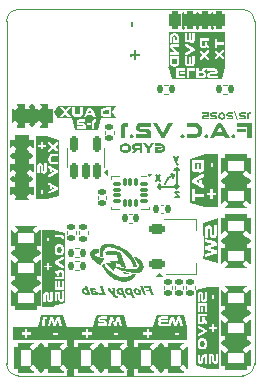
<source format=gbr>
%TF.GenerationSoftware,KiCad,Pcbnew,9.0.3-9.0.3-0~ubuntu24.04.1*%
%TF.CreationDate,2025-12-07T16:55:59+01:00*%
%TF.ProjectId,ant control board v2,616e7420-636f-46e7-9472-6f6c20626f61,2.1*%
%TF.SameCoordinates,Original*%
%TF.FileFunction,Legend,Bot*%
%TF.FilePolarity,Positive*%
%FSLAX46Y46*%
G04 Gerber Fmt 4.6, Leading zero omitted, Abs format (unit mm)*
G04 Created by KiCad (PCBNEW 9.0.3-9.0.3-0~ubuntu24.04.1) date 2025-12-07 16:55:59*
%MOMM*%
%LPD*%
G01*
G04 APERTURE LIST*
G04 Aperture macros list*
%AMRoundRect*
0 Rectangle with rounded corners*
0 $1 Rounding radius*
0 $2 $3 $4 $5 $6 $7 $8 $9 X,Y pos of 4 corners*
0 Add a 4 corners polygon primitive as box body*
4,1,4,$2,$3,$4,$5,$6,$7,$8,$9,$2,$3,0*
0 Add four circle primitives for the rounded corners*
1,1,$1+$1,$2,$3*
1,1,$1+$1,$4,$5*
1,1,$1+$1,$6,$7*
1,1,$1+$1,$8,$9*
0 Add four rect primitives between the rounded corners*
20,1,$1+$1,$2,$3,$4,$5,0*
20,1,$1+$1,$4,$5,$6,$7,0*
20,1,$1+$1,$6,$7,$8,$9,0*
20,1,$1+$1,$8,$9,$2,$3,0*%
%AMFreePoly0*
4,1,9,3.862500,-0.866500,0.737500,-0.866500,0.737500,-0.450000,-0.737500,-0.450000,-0.737500,0.450000,0.737500,0.450000,0.737500,0.866500,3.862500,0.866500,3.862500,-0.866500,3.862500,-0.866500,$1*%
G04 Aperture macros list end*
%ADD10C,0.150000*%
%ADD11C,0.275000*%
%ADD12C,0.000000*%
%ADD13C,0.500000*%
%ADD14C,0.510000*%
%ADD15C,0.120000*%
%ADD16C,0.250000*%
%ADD17C,0.500000*%
%ADD18RoundRect,0.375000X0.375000X-0.625000X0.375000X0.625000X-0.375000X0.625000X-0.375000X-0.625000X0*%
%ADD19RoundRect,0.300000X0.970000X-0.700000X0.970000X0.700000X-0.970000X0.700000X-0.970000X-0.700000X0*%
%ADD20C,0.650000*%
%ADD21O,1.250000X2.500000*%
%ADD22RoundRect,0.300000X-0.700000X-0.970000X0.700000X-0.970000X0.700000X0.970000X-0.700000X0.970000X0*%
%ADD23C,2.000000*%
%ADD24RoundRect,0.375000X0.625000X0.375000X-0.625000X0.375000X-0.625000X-0.375000X0.625000X-0.375000X0*%
%ADD25RoundRect,0.300000X-0.970000X0.700000X-0.970000X-0.700000X0.970000X-0.700000X0.970000X0.700000X0*%
%ADD26RoundRect,0.135000X0.185000X-0.135000X0.185000X0.135000X-0.185000X0.135000X-0.185000X-0.135000X0*%
%ADD27RoundRect,0.135000X0.135000X0.185000X-0.135000X0.185000X-0.135000X-0.185000X0.135000X-0.185000X0*%
%ADD28RoundRect,0.135000X-0.135000X-0.185000X0.135000X-0.185000X0.135000X0.185000X-0.135000X0.185000X0*%
%ADD29RoundRect,0.150000X0.150000X-0.512500X0.150000X0.512500X-0.150000X0.512500X-0.150000X-0.512500X0*%
%ADD30RoundRect,0.140000X0.140000X0.170000X-0.140000X0.170000X-0.140000X-0.170000X0.140000X-0.170000X0*%
%ADD31RoundRect,0.225000X-0.425000X-0.225000X0.425000X-0.225000X0.425000X0.225000X-0.425000X0.225000X0*%
%ADD32FreePoly0,0.000000*%
%ADD33RoundRect,0.087500X0.225000X0.087500X-0.225000X0.087500X-0.225000X-0.087500X0.225000X-0.087500X0*%
%ADD34RoundRect,0.087500X0.087500X0.225000X-0.087500X0.225000X-0.087500X-0.225000X0.087500X-0.225000X0*%
%ADD35RoundRect,0.140000X-0.170000X0.140000X-0.170000X-0.140000X0.170000X-0.140000X0.170000X0.140000X0*%
%ADD36RoundRect,0.250000X-0.250000X0.500000X-0.250000X-0.500000X0.250000X-0.500000X0.250000X0.500000X0*%
%ADD37RoundRect,0.140000X-0.140000X-0.170000X0.140000X-0.170000X0.140000X0.170000X-0.140000X0.170000X0*%
%ADD38RoundRect,0.140000X0.170000X-0.140000X0.170000X0.140000X-0.170000X0.140000X-0.170000X-0.140000X0*%
%TA.AperFunction,Profile*%
%ADD39C,0.050000*%
%TD*%
G04 APERTURE END LIST*
D10*
X113410000Y-123400000D02*
X113610000Y-123600000D01*
X112410000Y-124800000D02*
G75*
G02*
X113210000Y-124000000I1000000J-200000D01*
G01*
X113410000Y-123400000D02*
X113210000Y-123600000D01*
G36*
X113672564Y-111874667D02*
G01*
X114017436Y-111874667D01*
X114017436Y-114917949D01*
X113672564Y-114917949D01*
X113672564Y-111874667D01*
G37*
X112010000Y-124800000D02*
X111810000Y-125000000D01*
X112910000Y-123900000D02*
X113090869Y-124254287D01*
G36*
X116272564Y-111874667D02*
G01*
X116517436Y-111874667D01*
X116517436Y-114917949D01*
X116272564Y-114917949D01*
X116272564Y-111874667D01*
G37*
X113610000Y-123600000D02*
X113410000Y-123400000D01*
D11*
X113547500Y-125000000D02*
G75*
G02*
X113272500Y-125000000I-137500J0D01*
G01*
X113272500Y-125000000D02*
G75*
G02*
X113547500Y-125000000I137500J0D01*
G01*
D10*
X113090869Y-124254287D02*
X113210000Y-124000000D01*
X112010000Y-125200000D02*
X112010000Y-124800000D01*
X113410000Y-125000000D02*
X111810000Y-125000000D01*
G36*
X115022564Y-111874667D02*
G01*
X115267436Y-111874667D01*
X115267436Y-114917949D01*
X115022564Y-114917949D01*
X115022564Y-111874667D01*
G37*
G36*
X109223705Y-136920256D02*
G01*
X109761795Y-136920256D01*
X109761795Y-141028015D01*
X109223705Y-141028015D01*
X109223705Y-136920256D01*
G37*
G36*
X104153705Y-136919236D02*
G01*
X104681795Y-136919236D01*
X104681795Y-141026995D01*
X104153705Y-141026995D01*
X104153705Y-136919236D01*
G37*
X113210000Y-123600000D02*
X113610000Y-123600000D01*
X113410000Y-125000000D02*
X113410000Y-123400000D01*
X111810000Y-125000000D02*
X112010000Y-124800000D01*
X111810000Y-125000000D02*
X112010000Y-125200000D01*
X113210005Y-124000000D02*
X112910000Y-123900000D01*
X113511316Y-122439866D02*
X113344649Y-122906533D01*
X113177982Y-122439866D02*
X113344649Y-122906533D01*
X113344649Y-122906533D02*
X113411316Y-123073200D01*
X113411316Y-123073200D02*
X113444649Y-123106533D01*
X113444649Y-123106533D02*
X113511316Y-123139866D01*
X113611316Y-125439866D02*
X113244649Y-125439866D01*
X113244649Y-125439866D02*
X113611316Y-125906533D01*
X113611316Y-125906533D02*
X113244649Y-125906533D01*
X112011316Y-124506533D02*
X111644649Y-124039866D01*
X112011316Y-124039866D02*
X111644649Y-124506533D01*
D12*
%TO.C,kibuzzard-6935A1A7*%
G36*
X117293106Y-118715423D02*
G01*
X117352038Y-118731692D01*
X117405029Y-118758808D01*
X117452077Y-118796769D01*
X117490644Y-118843038D01*
X117518192Y-118895077D01*
X117534721Y-118952885D01*
X117540231Y-119016462D01*
X117534721Y-119080038D01*
X117518192Y-119137846D01*
X117490644Y-119189885D01*
X117452077Y-119236154D01*
X117405029Y-119274115D01*
X117352038Y-119301231D01*
X117293106Y-119317500D01*
X117228231Y-119322923D01*
X117227308Y-119322846D01*
X117163327Y-119317500D01*
X117104308Y-119301231D01*
X117051173Y-119274115D01*
X117003923Y-119236154D01*
X116965154Y-119189885D01*
X116937462Y-119137846D01*
X116920846Y-119080038D01*
X116915308Y-119016462D01*
X117076846Y-119016462D01*
X117087346Y-119076346D01*
X117118846Y-119124923D01*
X117166962Y-119157115D01*
X117227308Y-119167846D01*
X117288462Y-119157115D01*
X117337154Y-119124923D01*
X117369000Y-119076346D01*
X117379615Y-119016462D01*
X117369000Y-118956462D01*
X117337154Y-118907538D01*
X117288462Y-118875000D01*
X117227308Y-118864154D01*
X117166962Y-118875000D01*
X117118846Y-118907538D01*
X117087346Y-118956462D01*
X117076846Y-119016462D01*
X116915308Y-119016462D01*
X116920846Y-118952885D01*
X116937462Y-118895077D01*
X116965154Y-118843038D01*
X117003923Y-118796769D01*
X117051173Y-118758808D01*
X117104308Y-118731692D01*
X117163327Y-118715423D01*
X117228231Y-118710000D01*
X117293106Y-118715423D01*
G37*
G36*
X116147308Y-119079231D02*
G01*
X115749462Y-119079231D01*
X115721769Y-119090769D01*
X115710692Y-119120769D01*
X115722692Y-119150769D01*
X115754077Y-119161385D01*
X116147308Y-119161385D01*
X116147308Y-119316462D01*
X115746692Y-119316462D01*
X115692282Y-119310821D01*
X115644744Y-119293897D01*
X115604077Y-119265692D01*
X115573051Y-119228359D01*
X115554436Y-119184051D01*
X115548231Y-119132769D01*
X115554385Y-119082974D01*
X115572846Y-119039436D01*
X115603615Y-119002154D01*
X115643718Y-118973692D01*
X115690179Y-118956615D01*
X115743000Y-118950923D01*
X115993154Y-118950923D01*
X115993154Y-118870615D01*
X115574077Y-118870615D01*
X115574077Y-118716462D01*
X116147308Y-118716462D01*
X116147308Y-119079231D01*
G37*
G36*
X119238692Y-118870615D02*
G01*
X118871308Y-118870615D01*
X118844538Y-118881231D01*
X118834385Y-118910308D01*
X118844538Y-118939846D01*
X118871308Y-118950923D01*
X119075308Y-118950923D01*
X119128026Y-118956410D01*
X119174179Y-118972872D01*
X119213769Y-119000308D01*
X119254615Y-119057192D01*
X119268231Y-119129077D01*
X119268231Y-119316462D01*
X118681154Y-119316462D01*
X118681154Y-119161385D01*
X119106692Y-119161385D01*
X119106692Y-119116154D01*
X119069769Y-119079231D01*
X118864846Y-119079231D01*
X118811667Y-119073692D01*
X118765359Y-119057077D01*
X118725923Y-119029385D01*
X118695923Y-118992667D01*
X118677923Y-118948974D01*
X118671923Y-118898308D01*
X118677923Y-118848051D01*
X118695923Y-118804359D01*
X118725923Y-118767231D01*
X118765359Y-118739026D01*
X118811667Y-118722103D01*
X118864846Y-118716462D01*
X119238692Y-118716462D01*
X119238692Y-118870615D01*
G37*
G36*
X118183615Y-118870615D02*
G01*
X117816231Y-118870615D01*
X117789462Y-118881231D01*
X117779308Y-118910308D01*
X117789462Y-118939846D01*
X117816231Y-118950923D01*
X118020231Y-118950923D01*
X118072949Y-118956410D01*
X118119103Y-118972872D01*
X118158692Y-119000308D01*
X118199538Y-119057192D01*
X118213154Y-119129077D01*
X118213154Y-119316462D01*
X117626077Y-119316462D01*
X117626077Y-119161385D01*
X118051615Y-119161385D01*
X118051615Y-119116154D01*
X118014692Y-119079231D01*
X117809769Y-119079231D01*
X117756590Y-119073692D01*
X117710282Y-119057077D01*
X117670846Y-119029385D01*
X117640846Y-118992667D01*
X117622846Y-118948974D01*
X117616846Y-118898308D01*
X117622846Y-118848051D01*
X117640846Y-118804359D01*
X117670846Y-118767231D01*
X117710282Y-118739026D01*
X117756590Y-118722103D01*
X117809769Y-118716462D01*
X118183615Y-118716462D01*
X118183615Y-118870615D01*
G37*
G36*
X116810077Y-118870615D02*
G01*
X116442692Y-118870615D01*
X116415923Y-118881231D01*
X116405769Y-118910308D01*
X116415923Y-118939846D01*
X116442692Y-118950923D01*
X116646692Y-118950923D01*
X116699410Y-118956410D01*
X116745564Y-118972872D01*
X116785154Y-119000308D01*
X116826000Y-119057192D01*
X116839615Y-119129077D01*
X116839615Y-119316462D01*
X116252538Y-119316462D01*
X116252538Y-119161385D01*
X116678077Y-119161385D01*
X116678077Y-119116154D01*
X116641154Y-119079231D01*
X116436231Y-119079231D01*
X116383051Y-119073692D01*
X116336744Y-119057077D01*
X116297308Y-119029385D01*
X116267308Y-118992667D01*
X116249308Y-118948974D01*
X116243308Y-118898308D01*
X116249308Y-118848051D01*
X116267308Y-118804359D01*
X116297308Y-118767231D01*
X116336744Y-118739026D01*
X116383051Y-118722103D01*
X116436231Y-118716462D01*
X116810077Y-118716462D01*
X116810077Y-118870615D01*
G37*
G36*
X118626692Y-119394923D02*
G01*
X118502077Y-119394923D01*
X118258385Y-118637077D01*
X118383000Y-118637077D01*
X118626692Y-119394923D01*
G37*
G36*
X119657769Y-118871538D02*
G01*
X119585769Y-118871538D01*
X119538231Y-118889538D01*
X119520231Y-118936154D01*
X119520231Y-119316462D01*
X119358692Y-119316462D01*
X119358692Y-118903846D01*
X119364949Y-118851897D01*
X119383718Y-118806821D01*
X119415000Y-118768615D01*
X119455923Y-118739641D01*
X119503615Y-118722256D01*
X119558077Y-118716462D01*
X119657769Y-118716462D01*
X119657769Y-118871538D01*
G37*
%TO.C,kibuzzard-6935A19F*%
G36*
X117183000Y-119611000D02*
G01*
X117249000Y-119683000D01*
X117913000Y-120887000D01*
X117527000Y-120887000D01*
X117051000Y-119991000D01*
X116829000Y-120409000D01*
X117143000Y-120409000D01*
X117291000Y-120687000D01*
X116681000Y-120687000D01*
X116573000Y-120887000D01*
X116193000Y-120887000D01*
X116857000Y-119683000D01*
X116923000Y-119611000D01*
X117013000Y-119587000D01*
X117093000Y-119587000D01*
X117183000Y-119611000D01*
G37*
G36*
X112235000Y-120467000D02*
G01*
X112701000Y-119587000D01*
X113095000Y-119587000D01*
X112431000Y-120791000D01*
X112367000Y-120863000D01*
X112275000Y-120887000D01*
X112195000Y-120887000D01*
X112105500Y-120863000D01*
X112041000Y-120791000D01*
X111375000Y-119587000D01*
X111769000Y-119587000D01*
X112235000Y-120467000D01*
G37*
G36*
X115040375Y-119598312D02*
G01*
X115170500Y-119632250D01*
X115287375Y-119688812D01*
X115391000Y-119768000D01*
X115475875Y-119865187D01*
X115536500Y-119975750D01*
X115572875Y-120099688D01*
X115585000Y-120237000D01*
X115572875Y-120374312D01*
X115536500Y-120498250D01*
X115475875Y-120608813D01*
X115391000Y-120706000D01*
X115287375Y-120785188D01*
X115170500Y-120841750D01*
X115040375Y-120875688D01*
X114897000Y-120887000D01*
X114261000Y-120887000D01*
X114261000Y-120551000D01*
X114921000Y-120551000D01*
X115046750Y-120529000D01*
X115148000Y-120463000D01*
X115214750Y-120362500D01*
X115237000Y-120237000D01*
X115214750Y-120110000D01*
X115148000Y-120009000D01*
X115046750Y-119943000D01*
X114921000Y-119921000D01*
X114261000Y-119921000D01*
X114261000Y-119587000D01*
X114897000Y-119587000D01*
X115040375Y-119598312D01*
G37*
G36*
X111193000Y-119921000D02*
G01*
X110397000Y-119921000D01*
X110339000Y-119944000D01*
X110317000Y-120007000D01*
X110339000Y-120071000D01*
X110397000Y-120095000D01*
X110839000Y-120095000D01*
X110953222Y-120106889D01*
X111053222Y-120142556D01*
X111139000Y-120202000D01*
X111227500Y-120325250D01*
X111257000Y-120481000D01*
X111257000Y-120887000D01*
X109985000Y-120887000D01*
X109985000Y-120551000D01*
X110907000Y-120551000D01*
X110907000Y-120453000D01*
X110827000Y-120373000D01*
X110383000Y-120373000D01*
X110267778Y-120361000D01*
X110167444Y-120325000D01*
X110082000Y-120265000D01*
X110017000Y-120185444D01*
X109978000Y-120090778D01*
X109965000Y-119981000D01*
X109978000Y-119872111D01*
X110017000Y-119777444D01*
X110082000Y-119697000D01*
X110167444Y-119635889D01*
X110267778Y-119599222D01*
X110383000Y-119587000D01*
X111193000Y-119587000D01*
X111193000Y-119921000D01*
G37*
G36*
X119747000Y-120887000D02*
G01*
X119397000Y-120887000D01*
X119397000Y-119921000D01*
X118535000Y-119921000D01*
X118535000Y-119587000D01*
X119747000Y-119587000D01*
X119747000Y-120887000D01*
G37*
G36*
X109307000Y-119923000D02*
G01*
X109151000Y-119923000D01*
X109048000Y-119962000D01*
X109009000Y-120063000D01*
X109009000Y-120887000D01*
X108659000Y-120887000D01*
X108659000Y-119993000D01*
X108672556Y-119880444D01*
X108713222Y-119782778D01*
X108781000Y-119700000D01*
X108869667Y-119637222D01*
X108973000Y-119599556D01*
X109091000Y-119587000D01*
X109307000Y-119587000D01*
X109307000Y-119923000D01*
G37*
G36*
X119281000Y-120391000D02*
G01*
X118547000Y-120391000D01*
X118547000Y-120097000D01*
X119281000Y-120097000D01*
X119281000Y-120391000D01*
G37*
G36*
X118335000Y-120623000D02*
G01*
X118381000Y-120733000D01*
X118335000Y-120845000D01*
X118217000Y-120887000D01*
X118171000Y-120887000D01*
X118053000Y-120845000D01*
X118007000Y-120733000D01*
X118053000Y-120623000D01*
X118171000Y-120581000D01*
X118217000Y-120581000D01*
X118335000Y-120623000D01*
G37*
G36*
X116053000Y-120623000D02*
G01*
X116099000Y-120733000D01*
X116053000Y-120845000D01*
X115935000Y-120887000D01*
X115889000Y-120887000D01*
X115771000Y-120845000D01*
X115725000Y-120733000D01*
X115771000Y-120623000D01*
X115889000Y-120581000D01*
X115935000Y-120581000D01*
X116053000Y-120623000D01*
G37*
G36*
X114055000Y-120623000D02*
G01*
X114101000Y-120733000D01*
X114055000Y-120845000D01*
X113937000Y-120887000D01*
X113891000Y-120887000D01*
X113773000Y-120845000D01*
X113727000Y-120733000D01*
X113773000Y-120623000D01*
X113891000Y-120581000D01*
X113937000Y-120581000D01*
X114055000Y-120623000D01*
G37*
G36*
X109747000Y-120623000D02*
G01*
X109793000Y-120733000D01*
X109747000Y-120845000D01*
X109629000Y-120887000D01*
X109583000Y-120887000D01*
X109465000Y-120845000D01*
X109419000Y-120733000D01*
X109465000Y-120623000D01*
X109583000Y-120581000D01*
X109629000Y-120581000D01*
X109747000Y-120623000D01*
G37*
D13*
%TO.C,J10*%
X101190000Y-118300000D02*
X101190000Y-119700000D01*
D14*
%TO.C,J7*%
X99594000Y-130610000D02*
X101626000Y-130610000D01*
X99594000Y-133150000D02*
X101626000Y-133150000D01*
%TO.C,J5*%
X106960000Y-138484000D02*
X106960000Y-140516000D01*
%TO.C,J8*%
X117374000Y-135690000D02*
X119406000Y-135690000D01*
X117374000Y-138230000D02*
X119406000Y-138230000D01*
%TO.C,J6*%
X112040000Y-138484000D02*
X112040000Y-140516000D01*
%TO.C,J4*%
X101880000Y-138484000D02*
X101880000Y-140516000D01*
D13*
%TO.C,J9*%
X99570000Y-122398096D02*
X100970000Y-122398096D01*
X99570000Y-124398096D02*
X100970000Y-124398096D01*
D14*
%TO.C,J1*%
X119406000Y-129610000D02*
X117374000Y-129610000D01*
%TO.C,J2*%
X119406000Y-124530000D02*
X117374000Y-124530000D01*
D15*
%TO.C,R5*%
X105110000Y-129053641D02*
X105110000Y-128746359D01*
X105870000Y-129053641D02*
X105870000Y-128746359D01*
D12*
%TO.C,kibuzzard-68CFCF36*%
G36*
X104159481Y-137966744D02*
G01*
X103326147Y-137966744D01*
X102949224Y-137966744D01*
X100578455Y-137966744D01*
X100279994Y-137966744D01*
X99574865Y-137966744D01*
X99574865Y-137338538D01*
X100279994Y-137338538D01*
X100279994Y-137533923D01*
X100578455Y-137533923D01*
X100578455Y-137838538D01*
X100773840Y-137838538D01*
X100773840Y-137552385D01*
X102949224Y-137552385D01*
X103326147Y-137552385D01*
X103326147Y-137358538D01*
X102949224Y-137358538D01*
X102949224Y-137552385D01*
X100773840Y-137552385D01*
X100773840Y-137533923D01*
X101073840Y-137533923D01*
X101073840Y-137338538D01*
X100773840Y-137338538D01*
X100773840Y-137035462D01*
X100578455Y-137035462D01*
X100578455Y-137338538D01*
X100279994Y-137338538D01*
X99574865Y-137338538D01*
X99574865Y-136907256D01*
X100279994Y-136907256D01*
X103326147Y-136907256D01*
X104159481Y-136907256D01*
X104159481Y-137966744D01*
G37*
%TO.C,G\u002A\u002A\u002A*%
G36*
X110591771Y-133570373D02*
G01*
X110608585Y-133614925D01*
X110636447Y-133687439D01*
X110668233Y-133769078D01*
X110701198Y-133852800D01*
X110732594Y-133931560D01*
X110736879Y-133942233D01*
X110762668Y-134006743D01*
X110785008Y-134063079D01*
X110802588Y-134107904D01*
X110814097Y-134137877D01*
X110818225Y-134149661D01*
X110815164Y-134150735D01*
X110794308Y-134152010D01*
X110758057Y-134152207D01*
X110711531Y-134151247D01*
X110604838Y-134147909D01*
X110542969Y-133985386D01*
X110531389Y-133955072D01*
X110501781Y-133878306D01*
X110469855Y-133796377D01*
X110437381Y-133713761D01*
X110406131Y-133634930D01*
X110377873Y-133564359D01*
X110354379Y-133506523D01*
X110337419Y-133465894D01*
X110318736Y-133422361D01*
X110427657Y-133422361D01*
X110536577Y-133422361D01*
X110591771Y-133570373D01*
G37*
G36*
X108914207Y-132219067D02*
G01*
X108952436Y-132226372D01*
X108988231Y-132234146D01*
X109042778Y-132245877D01*
X109105497Y-132259280D01*
X109168732Y-132272716D01*
X109221100Y-132284209D01*
X109268110Y-132296077D01*
X109299363Y-132306692D01*
X109318810Y-132317449D01*
X109330400Y-132329740D01*
X109337231Y-132340651D01*
X109341668Y-132356157D01*
X109331447Y-132366736D01*
X109323577Y-132368981D01*
X109294646Y-132372272D01*
X109249517Y-132374923D01*
X109192536Y-132376706D01*
X109128045Y-132377393D01*
X109058289Y-132377201D01*
X109006382Y-132376218D01*
X108970562Y-132374087D01*
X108947226Y-132370452D01*
X108932771Y-132364960D01*
X108923593Y-132357256D01*
X108919689Y-132352067D01*
X108906079Y-132326827D01*
X108892147Y-132293363D01*
X108880463Y-132258975D01*
X108873594Y-132230964D01*
X108874111Y-132216628D01*
X108885807Y-132215651D01*
X108914207Y-132219067D01*
G37*
G36*
X107133979Y-133454285D02*
G01*
X107138696Y-133470138D01*
X107151968Y-133508488D01*
X107171551Y-133561762D01*
X107195938Y-133626109D01*
X107223625Y-133697680D01*
X107253104Y-133772624D01*
X107282869Y-133847091D01*
X107311415Y-133917229D01*
X107337235Y-133979189D01*
X107358824Y-134029119D01*
X107414443Y-134154114D01*
X107129239Y-134151012D01*
X106844034Y-134147909D01*
X106813108Y-134072452D01*
X106782182Y-133996995D01*
X106931377Y-134001068D01*
X106938289Y-134001249D01*
X106995292Y-134002194D01*
X107044049Y-134002071D01*
X107079573Y-134000945D01*
X107096881Y-133998882D01*
X107099355Y-133992153D01*
X107094739Y-133964893D01*
X107080380Y-133916875D01*
X107056258Y-133848044D01*
X107022353Y-133758346D01*
X106978648Y-133647726D01*
X106925122Y-133516132D01*
X106924718Y-133515148D01*
X106909460Y-133476692D01*
X106898597Y-133446835D01*
X106894459Y-133431968D01*
X106899438Y-133429187D01*
X106923045Y-133425667D01*
X106961647Y-133423255D01*
X107010326Y-133422361D01*
X107126192Y-133422361D01*
X107133979Y-133454285D01*
G37*
G36*
X110923719Y-133425057D02*
G01*
X111203344Y-133428165D01*
X111264196Y-133596492D01*
X111264884Y-133598392D01*
X111289090Y-133663890D01*
X111319155Y-133743193D01*
X111352762Y-133830370D01*
X111387593Y-133919489D01*
X111421331Y-134004622D01*
X111451659Y-134079837D01*
X111476259Y-134139203D01*
X111476316Y-134139340D01*
X111473360Y-134146203D01*
X111455942Y-134150631D01*
X111421156Y-134153007D01*
X111366094Y-134153714D01*
X111249780Y-134153714D01*
X111220252Y-134075354D01*
X111204633Y-134033740D01*
X111183843Y-133977999D01*
X111166164Y-133930245D01*
X111141603Y-133863494D01*
X111000052Y-133863494D01*
X110858501Y-133863494D01*
X110836870Y-133802548D01*
X110828018Y-133777698D01*
X110816486Y-133745620D01*
X110809685Y-133727091D01*
X110809339Y-133724662D01*
X110816722Y-133718905D01*
X110838908Y-133715182D01*
X110878694Y-133713178D01*
X110938875Y-133712580D01*
X110989677Y-133711872D01*
X111033270Y-133709831D01*
X111062771Y-133706780D01*
X111073618Y-133703039D01*
X111072587Y-133696870D01*
X111065957Y-133672821D01*
X111055217Y-133639496D01*
X111036817Y-133585493D01*
X110868400Y-133582286D01*
X110699982Y-133579079D01*
X110672038Y-133510357D01*
X110658856Y-133476768D01*
X110648186Y-133446970D01*
X110644093Y-133431791D01*
X110649646Y-133429902D01*
X110675148Y-133427642D01*
X110718472Y-133425950D01*
X110776453Y-133424905D01*
X110845923Y-133424582D01*
X110923719Y-133425057D01*
G37*
G36*
X110417737Y-134030856D02*
G01*
X110393251Y-134084133D01*
X110349255Y-134125432D01*
X110286048Y-134154007D01*
X110278450Y-134156046D01*
X110229996Y-134162604D01*
X110170339Y-134163437D01*
X110108821Y-134158759D01*
X110054786Y-134148779D01*
X109980447Y-134121117D01*
X109903608Y-134073569D01*
X109838856Y-134012395D01*
X109788972Y-133940906D01*
X109756738Y-133862411D01*
X109750732Y-133820584D01*
X109959176Y-133820584D01*
X109962148Y-133841458D01*
X109977387Y-133883332D01*
X110001371Y-133928017D01*
X110029346Y-133967133D01*
X110056560Y-133992298D01*
X110085475Y-134005196D01*
X110126119Y-134013280D01*
X110163548Y-134011887D01*
X110189029Y-134000478D01*
X110200566Y-133975035D01*
X110200428Y-133936407D01*
X110189889Y-133891301D01*
X110170931Y-133845740D01*
X110145533Y-133805750D01*
X110115677Y-133777353D01*
X110105526Y-133771115D01*
X110058727Y-133752632D01*
X110016517Y-133751935D01*
X109983700Y-133769317D01*
X109967160Y-133792898D01*
X109959176Y-133820584D01*
X109750732Y-133820584D01*
X109744936Y-133780218D01*
X109748908Y-133734994D01*
X109770134Y-133681331D01*
X109809944Y-133641077D01*
X109868651Y-133613951D01*
X109946566Y-133599674D01*
X109963899Y-133598497D01*
X110055356Y-133604575D01*
X110144598Y-133629517D01*
X110227640Y-133670942D01*
X110300494Y-133726468D01*
X110359171Y-133793713D01*
X110399685Y-133870296D01*
X110406992Y-133891336D01*
X110422417Y-133966342D01*
X110421786Y-133975035D01*
X110417737Y-134030856D01*
G37*
G36*
X108183033Y-133891165D02*
G01*
X108183033Y-134174230D01*
X108229176Y-134215916D01*
X108230203Y-134216842D01*
X108277637Y-134252090D01*
X108321328Y-134267550D01*
X108366086Y-134264944D01*
X108367396Y-134264635D01*
X108403381Y-134257194D01*
X108423358Y-134258500D01*
X108433626Y-134271420D01*
X108440481Y-134298823D01*
X108441939Y-134305942D01*
X108449631Y-134342549D01*
X108455797Y-134370526D01*
X108456268Y-134388690D01*
X108441336Y-134401103D01*
X108421973Y-134403817D01*
X108386192Y-134406300D01*
X108343089Y-134407760D01*
X108313771Y-134407604D01*
X108252342Y-134401264D01*
X108197502Y-134384831D01*
X108145873Y-134356161D01*
X108094077Y-134313113D01*
X108038734Y-134253544D01*
X107976465Y-134175312D01*
X107975874Y-134174531D01*
X107919955Y-134101145D01*
X107853716Y-134014933D01*
X107781240Y-133921176D01*
X107706608Y-133825158D01*
X107633905Y-133732158D01*
X107630647Y-133728001D01*
X107597091Y-133684770D01*
X107569729Y-133648787D01*
X107551302Y-133623703D01*
X107544550Y-133613168D01*
X107546696Y-133612144D01*
X107565926Y-133610183D01*
X107600821Y-133608940D01*
X107646127Y-133608650D01*
X107747704Y-133609198D01*
X107835583Y-133733444D01*
X107835746Y-133733674D01*
X107872512Y-133786182D01*
X107907714Y-133837375D01*
X107937363Y-133881401D01*
X107957476Y-133912408D01*
X107971986Y-133934804D01*
X107989012Y-133958273D01*
X107998461Y-133967549D01*
X108000319Y-133964372D01*
X108000500Y-133944664D01*
X107996796Y-133912832D01*
X107994125Y-133893087D01*
X107989192Y-133847313D01*
X107984142Y-133791262D01*
X107979730Y-133732896D01*
X107971302Y-133608101D01*
X108077167Y-133608101D01*
X108183033Y-133608101D01*
X108183033Y-133891165D01*
G37*
G36*
X108986303Y-133991047D02*
G01*
X109017933Y-134071896D01*
X109048728Y-134149463D01*
X109077062Y-134219539D01*
X109101310Y-134277916D01*
X109114092Y-134308360D01*
X109130828Y-134349241D01*
X109142303Y-134378601D01*
X109146561Y-134391537D01*
X109143664Y-134393032D01*
X109123083Y-134395076D01*
X109087068Y-134395799D01*
X109040759Y-134395031D01*
X108934957Y-134391693D01*
X108912054Y-134327845D01*
X108907649Y-134315631D01*
X108892098Y-134273206D01*
X108874904Y-134227064D01*
X108858000Y-134182305D01*
X108843323Y-134144029D01*
X108832808Y-134117336D01*
X108828388Y-134107327D01*
X108822875Y-134109921D01*
X108801678Y-134120466D01*
X108770211Y-134136349D01*
X108728492Y-134153354D01*
X108656113Y-134164723D01*
X108584040Y-134154826D01*
X108514474Y-134124753D01*
X108449615Y-134075595D01*
X108391663Y-134008444D01*
X108342817Y-133924390D01*
X108321452Y-133867780D01*
X108310341Y-133810749D01*
X108522455Y-133810749D01*
X108525713Y-133855335D01*
X108541920Y-133903148D01*
X108569315Y-133948500D01*
X108606135Y-133985702D01*
X108643084Y-134006533D01*
X108683762Y-134014088D01*
X108718524Y-134005632D01*
X108742760Y-133982430D01*
X108751863Y-133945744D01*
X108751637Y-133939515D01*
X108745565Y-133903405D01*
X108733223Y-133860098D01*
X108717312Y-133817087D01*
X108700533Y-133781863D01*
X108685587Y-133761917D01*
X108676685Y-133756768D01*
X108642609Y-133748335D01*
X108601853Y-133747797D01*
X108564067Y-133754711D01*
X108538900Y-133768636D01*
X108533909Y-133775080D01*
X108522455Y-133810749D01*
X108310341Y-133810749D01*
X108308137Y-133799437D01*
X108308430Y-133736055D01*
X108322871Y-133684144D01*
X108337080Y-133662272D01*
X108376359Y-133630904D01*
X108433785Y-133609886D01*
X108510085Y-133599077D01*
X108605984Y-133598340D01*
X108722209Y-133607534D01*
X108852854Y-133622096D01*
X108873369Y-133687653D01*
X108883942Y-133719019D01*
X108902658Y-133770903D01*
X108927040Y-133836341D01*
X108955464Y-133911126D01*
X108968822Y-133945744D01*
X108986303Y-133991047D01*
G37*
G36*
X109697080Y-133969030D02*
G01*
X109730951Y-134056650D01*
X109763102Y-134138264D01*
X109790461Y-134205953D01*
X109802028Y-134234029D01*
X109824653Y-134289021D01*
X109843543Y-134335026D01*
X109856991Y-134367885D01*
X109863290Y-134383441D01*
X109861228Y-134390525D01*
X109845907Y-134394605D01*
X109814017Y-134395987D01*
X109762273Y-134395050D01*
X109655408Y-134391693D01*
X109602685Y-134252388D01*
X109599689Y-134244481D01*
X109579864Y-134192713D01*
X109563132Y-134149927D01*
X109551178Y-134120378D01*
X109545682Y-134108317D01*
X109538349Y-134109304D01*
X109521016Y-134121184D01*
X109484119Y-134143116D01*
X109429460Y-134159387D01*
X109367675Y-134165322D01*
X109354542Y-134164908D01*
X109285984Y-134149887D01*
X109220405Y-134115879D01*
X109160412Y-134066440D01*
X109108612Y-134005124D01*
X109067612Y-133935487D01*
X109040017Y-133861084D01*
X109031833Y-133807652D01*
X109241520Y-133807652D01*
X109242989Y-133852179D01*
X109258443Y-133900204D01*
X109286201Y-133946218D01*
X109324584Y-133984714D01*
X109363639Y-134007022D01*
X109404868Y-134014652D01*
X109439276Y-134004928D01*
X109462857Y-133979108D01*
X109471607Y-133938453D01*
X109470775Y-133927422D01*
X109462765Y-133891827D01*
X109448619Y-133849682D01*
X109431258Y-133808262D01*
X109413605Y-133774838D01*
X109398582Y-133756685D01*
X109390745Y-133752896D01*
X109358136Y-133747058D01*
X109318665Y-133748298D01*
X109282209Y-133755772D01*
X109258644Y-133768636D01*
X109255719Y-133772130D01*
X109241520Y-133807652D01*
X109031833Y-133807652D01*
X109028435Y-133785471D01*
X109035472Y-133712203D01*
X109053010Y-133669639D01*
X109083597Y-133637425D01*
X109128999Y-133615067D01*
X109191006Y-133601976D01*
X109271407Y-133597562D01*
X109371993Y-133601233D01*
X109412719Y-133603790D01*
X109467375Y-133607390D01*
X109508154Y-133612589D01*
X109538362Y-133622198D01*
X109561304Y-133639032D01*
X109580285Y-133665903D01*
X109598611Y-133705625D01*
X109619587Y-133761011D01*
X109646519Y-133834874D01*
X109664561Y-133883324D01*
X109685478Y-133938453D01*
X109697080Y-133969030D01*
G37*
G36*
X106708224Y-130295565D02*
G01*
X106829621Y-130305405D01*
X106825985Y-130363449D01*
X106825225Y-130375445D01*
X106822322Y-130420128D01*
X106818667Y-130475319D01*
X106814872Y-130531776D01*
X106807393Y-130642059D01*
X106701904Y-130649489D01*
X106630922Y-130657162D01*
X106573041Y-130671024D01*
X106532572Y-130692106D01*
X106506700Y-130721920D01*
X106492609Y-130761980D01*
X106490685Y-130777326D01*
X106493817Y-130799033D01*
X106506344Y-130819085D01*
X106530427Y-130838803D01*
X106568227Y-130859504D01*
X106621903Y-130882506D01*
X106693618Y-130909128D01*
X106785530Y-130940687D01*
X106789866Y-130942140D01*
X106867180Y-130967486D01*
X106944276Y-130991815D01*
X107015724Y-131013479D01*
X107076095Y-131030830D01*
X107119960Y-131042220D01*
X107142039Y-131047558D01*
X107186923Y-131059743D01*
X107221253Y-131070876D01*
X107238950Y-131079075D01*
X107251029Y-131099524D01*
X107253495Y-131129269D01*
X107243779Y-131153426D01*
X107235818Y-131164661D01*
X107217546Y-131192935D01*
X107191353Y-131234614D01*
X107159364Y-131286311D01*
X107123707Y-131344640D01*
X107093629Y-131394058D01*
X107057315Y-131453545D01*
X107025025Y-131506256D01*
X106999429Y-131547832D01*
X106983199Y-131573913D01*
X106963050Y-131601406D01*
X106940865Y-131618386D01*
X106914567Y-131622243D01*
X106880679Y-131612598D01*
X106835725Y-131589070D01*
X106776230Y-131551279D01*
X106688345Y-131490288D01*
X106567030Y-131396809D01*
X106454499Y-131299157D01*
X106353307Y-131199890D01*
X106266010Y-131101564D01*
X106195164Y-131006737D01*
X106143322Y-130917965D01*
X106128878Y-130888035D01*
X106114668Y-130855207D01*
X106105930Y-130826172D01*
X106101337Y-130794177D01*
X106099556Y-130752470D01*
X106099258Y-130694299D01*
X106099276Y-130678328D01*
X106100023Y-130623287D01*
X106102607Y-130583707D01*
X106108044Y-130553322D01*
X106117349Y-130525868D01*
X106131538Y-130495077D01*
X106167010Y-130434731D01*
X106222408Y-130373812D01*
X106289367Y-130331774D01*
X106321638Y-130320504D01*
X106382307Y-130307580D01*
X106456711Y-130298156D01*
X106539438Y-130292701D01*
X106625080Y-130291681D01*
X106708224Y-130295565D01*
G37*
G36*
X107254471Y-131500916D02*
G01*
X107275802Y-131522996D01*
X107300225Y-131565706D01*
X107376662Y-131698760D01*
X107487267Y-131851679D01*
X107618580Y-131998622D01*
X107769429Y-132138516D01*
X107938644Y-132270289D01*
X108125051Y-132392871D01*
X108327478Y-132505189D01*
X108469031Y-132571176D01*
X108635148Y-132631978D01*
X108793654Y-132670905D01*
X108944622Y-132687963D01*
X109088123Y-132683160D01*
X109224229Y-132656502D01*
X109353012Y-132607998D01*
X109381899Y-132592047D01*
X109437416Y-132552943D01*
X109497414Y-132502301D01*
X109556453Y-132444851D01*
X109609091Y-132385324D01*
X109632901Y-132363221D01*
X109653696Y-132359378D01*
X109670515Y-132362511D01*
X109705846Y-132366348D01*
X109754003Y-132370249D01*
X109809663Y-132373724D01*
X109809964Y-132373740D01*
X109869250Y-132377358D01*
X109908998Y-132381117D01*
X109932862Y-132385722D01*
X109944500Y-132391876D01*
X109947567Y-132400284D01*
X109946343Y-132408798D01*
X109935864Y-132439479D01*
X109916887Y-132482156D01*
X109892111Y-132531578D01*
X109864238Y-132582492D01*
X109835968Y-132629646D01*
X109810003Y-132667790D01*
X109787474Y-132695683D01*
X109728015Y-132757817D01*
X109658191Y-132819614D01*
X109585465Y-132874727D01*
X109517302Y-132916805D01*
X109461261Y-132943460D01*
X109386640Y-132973586D01*
X109307412Y-133001274D01*
X109231909Y-133023636D01*
X109168463Y-133037781D01*
X109159198Y-133039229D01*
X109087884Y-133046361D01*
X109002080Y-133049730D01*
X108909054Y-133049472D01*
X108816076Y-133045721D01*
X108730415Y-133038613D01*
X108659342Y-133028284D01*
X108566121Y-133007460D01*
X108376346Y-132948001D01*
X108190807Y-132867267D01*
X108011066Y-132766509D01*
X107838688Y-132646981D01*
X107675235Y-132509937D01*
X107522271Y-132356629D01*
X107381359Y-132188312D01*
X107254062Y-132006239D01*
X107141943Y-131811663D01*
X107119821Y-131767761D01*
X107099275Y-131724111D01*
X107085335Y-131691069D01*
X107080199Y-131673553D01*
X107080202Y-131673315D01*
X107087907Y-131652941D01*
X107107551Y-131621867D01*
X107134827Y-131585797D01*
X107165427Y-131550434D01*
X107195045Y-131521482D01*
X107206191Y-131512382D01*
X107232508Y-131497900D01*
X107254471Y-131500916D01*
G37*
G36*
X106038908Y-133975496D02*
G01*
X106062276Y-134033534D01*
X106081514Y-134081801D01*
X106095067Y-134116391D01*
X106101380Y-134133398D01*
X106102689Y-134139397D01*
X106099360Y-134147008D01*
X106085218Y-134151333D01*
X106056129Y-134153268D01*
X106007963Y-134153714D01*
X105962960Y-134153451D01*
X105931657Y-134151750D01*
X105914151Y-134147277D01*
X105905527Y-134138702D01*
X105900871Y-134124692D01*
X105891813Y-134100975D01*
X105880123Y-134098992D01*
X105863639Y-134119421D01*
X105850226Y-134135141D01*
X105823118Y-134153512D01*
X105791453Y-134161870D01*
X105734138Y-134164533D01*
X105672259Y-134156303D01*
X105614923Y-134137865D01*
X105603434Y-134132429D01*
X105531784Y-134085116D01*
X105468382Y-134020954D01*
X105416877Y-133945155D01*
X105380917Y-133862935D01*
X105372732Y-133822207D01*
X105582667Y-133822207D01*
X105583905Y-133835544D01*
X105597244Y-133877496D01*
X105621289Y-133923071D01*
X105651120Y-133963868D01*
X105681814Y-133991482D01*
X105685984Y-133993979D01*
X105716664Y-134008486D01*
X105741075Y-134014408D01*
X105746511Y-134014149D01*
X105779163Y-134002656D01*
X105804595Y-133979113D01*
X105814843Y-133950430D01*
X105811396Y-133926123D01*
X105801187Y-133888440D01*
X105786715Y-133845908D01*
X105770520Y-133805353D01*
X105755138Y-133773602D01*
X105743108Y-133757483D01*
X105736960Y-133754845D01*
X105710036Y-133749707D01*
X105674435Y-133747584D01*
X105662101Y-133747893D01*
X105617760Y-133758048D01*
X105591388Y-133782733D01*
X105582667Y-133822207D01*
X105372732Y-133822207D01*
X105364151Y-133779508D01*
X105363684Y-133722701D01*
X105374149Y-133674502D01*
X105398255Y-133640182D01*
X105438155Y-133617921D01*
X105496006Y-133605900D01*
X105573962Y-133602297D01*
X105605070Y-133602155D01*
X105647351Y-133601417D01*
X105676370Y-133600189D01*
X105687148Y-133598634D01*
X105686657Y-133597001D01*
X105679477Y-133579885D01*
X105665518Y-133548573D01*
X105647080Y-133508252D01*
X105607014Y-133421534D01*
X105717620Y-133424849D01*
X105828226Y-133428165D01*
X105883636Y-133579079D01*
X105893973Y-133606943D01*
X105921441Y-133679287D01*
X105953208Y-133761235D01*
X105986119Y-133844686D01*
X106017018Y-133921538D01*
X106028739Y-133950430D01*
X106038908Y-133975496D01*
G37*
G36*
X106385454Y-133607218D02*
G01*
X106439274Y-133615067D01*
X106479719Y-133622597D01*
X106506431Y-133631457D01*
X106524217Y-133644029D01*
X106537884Y-133662695D01*
X106552240Y-133689835D01*
X106563815Y-133713069D01*
X106576210Y-133739196D01*
X106581022Y-133751228D01*
X106580133Y-133751660D01*
X106564334Y-133749892D01*
X106532863Y-133743768D01*
X106491054Y-133734292D01*
X106448255Y-133724880D01*
X106381039Y-133714695D01*
X106331650Y-133714182D01*
X106301200Y-133723299D01*
X106290803Y-133742002D01*
X106299051Y-133761573D01*
X106326957Y-133783598D01*
X106370905Y-133802936D01*
X106427067Y-133817466D01*
X106484109Y-133829667D01*
X106580562Y-133859461D01*
X106656285Y-133896792D01*
X106710882Y-133941379D01*
X106743956Y-133992938D01*
X106755110Y-134051187D01*
X106754847Y-134067019D01*
X106749137Y-134106014D01*
X106733360Y-134131066D01*
X106704079Y-134148746D01*
X106678864Y-134155974D01*
X106636501Y-134162271D01*
X106590027Y-134164868D01*
X106571113Y-134164935D01*
X106536758Y-134163820D01*
X106516581Y-134158881D01*
X106504105Y-134147634D01*
X106492855Y-134127594D01*
X106491878Y-134125683D01*
X106473597Y-134094114D01*
X106456199Y-134069846D01*
X106454418Y-134067796D01*
X106446613Y-134055868D01*
X106454273Y-134051354D01*
X106481241Y-134051427D01*
X106486428Y-134051531D01*
X106517106Y-134048489D01*
X106536165Y-134040691D01*
X106536181Y-134040675D01*
X106543539Y-134019070D01*
X106534123Y-133992976D01*
X106510786Y-133970303D01*
X106488212Y-133959052D01*
X106454840Y-133946146D01*
X106417918Y-133934077D01*
X106383745Y-133924732D01*
X106358621Y-133920000D01*
X106348847Y-133921768D01*
X106351017Y-133929944D01*
X106360406Y-133956308D01*
X106375512Y-133995602D01*
X106394468Y-134042868D01*
X106440090Y-134154563D01*
X106335726Y-134151236D01*
X106231362Y-134147909D01*
X106167617Y-133985386D01*
X106141858Y-133919507D01*
X106113914Y-133847098D01*
X106093132Y-133791486D01*
X106078634Y-133749950D01*
X106069543Y-133719768D01*
X106064980Y-133698217D01*
X106064068Y-133682575D01*
X106065928Y-133670122D01*
X106074591Y-133651828D01*
X106105454Y-133626560D01*
X106154488Y-133608970D01*
X106219178Y-133599552D01*
X106297005Y-133598803D01*
X106385454Y-133607218D01*
G37*
G36*
X107697179Y-129826429D02*
G01*
X107782891Y-129832449D01*
X107858844Y-129842288D01*
X107987838Y-129867470D01*
X108194712Y-129920505D01*
X108400819Y-129988100D01*
X108602498Y-130068606D01*
X108796085Y-130160375D01*
X108977918Y-130261761D01*
X109144334Y-130371116D01*
X109291671Y-130486792D01*
X109402193Y-130591434D01*
X109512331Y-130713431D01*
X109617215Y-130846934D01*
X109714790Y-130988530D01*
X109803000Y-131134808D01*
X109879791Y-131282352D01*
X109943108Y-131427751D01*
X109990897Y-131567590D01*
X110021102Y-131698458D01*
X110024063Y-131716681D01*
X110030920Y-131767460D01*
X110031435Y-131800697D01*
X110024527Y-131820395D01*
X110009111Y-131830555D01*
X109984106Y-131835182D01*
X109978220Y-131835741D01*
X109942214Y-131838079D01*
X109893872Y-131840169D01*
X109841951Y-131841616D01*
X109742139Y-131843567D01*
X109715910Y-131736186D01*
X109691117Y-131646307D01*
X109625656Y-131468730D01*
X109540657Y-131296881D01*
X109438508Y-131135927D01*
X109362349Y-131035392D01*
X109213420Y-130866585D01*
X109048778Y-130711325D01*
X108870747Y-130571214D01*
X108681651Y-130447850D01*
X108483814Y-130342836D01*
X108279559Y-130257770D01*
X108071210Y-130194254D01*
X107955171Y-130167614D01*
X107811802Y-130142140D01*
X107685363Y-130129012D01*
X107576520Y-130128262D01*
X107485936Y-130139919D01*
X107414273Y-130164014D01*
X107369320Y-130190086D01*
X107301031Y-130249764D01*
X107243852Y-130328687D01*
X107197401Y-130427430D01*
X107161300Y-130546567D01*
X107159525Y-130554122D01*
X107149467Y-130606301D01*
X107142944Y-130662679D01*
X107139411Y-130729571D01*
X107138325Y-130813289D01*
X107138163Y-130841954D01*
X107136893Y-130898256D01*
X107134569Y-130943482D01*
X107131440Y-130973585D01*
X107127757Y-130984518D01*
X107122197Y-130984063D01*
X107096930Y-130980037D01*
X107058985Y-130972871D01*
X107014275Y-130963813D01*
X106968716Y-130954108D01*
X106928222Y-130945003D01*
X106898707Y-130937745D01*
X106886086Y-130933580D01*
X106884596Y-130924567D01*
X106883018Y-130895552D01*
X106881795Y-130850370D01*
X106881026Y-130792896D01*
X106880810Y-130727001D01*
X106881228Y-130680177D01*
X106889233Y-130517651D01*
X106907846Y-130374842D01*
X106937647Y-130250729D01*
X106979218Y-130144286D01*
X107033141Y-130054491D01*
X107099998Y-129980319D01*
X107180369Y-129920748D01*
X107274837Y-129874753D01*
X107383982Y-129841312D01*
X107386182Y-129840802D01*
X107446210Y-129831414D01*
X107522366Y-129825898D01*
X107608180Y-129824240D01*
X107697179Y-129826429D01*
G37*
G36*
X107838456Y-130491542D02*
G01*
X107975233Y-130491805D01*
X108009611Y-130491894D01*
X108124205Y-130492388D01*
X108231619Y-130493147D01*
X108329560Y-130494135D01*
X108415739Y-130495318D01*
X108487865Y-130496660D01*
X108543645Y-130498126D01*
X108580790Y-130499682D01*
X108597008Y-130501293D01*
X108612692Y-130508715D01*
X108628910Y-130523689D01*
X108645105Y-130548617D01*
X108662914Y-130586580D01*
X108683973Y-130640661D01*
X108709920Y-130713941D01*
X108713957Y-130725603D01*
X108738968Y-130796538D01*
X108768336Y-130878175D01*
X108798731Y-130961314D01*
X108826821Y-131036757D01*
X108840220Y-131072349D01*
X108870618Y-131153286D01*
X108904218Y-131242946D01*
X108937800Y-131332730D01*
X108968144Y-131414043D01*
X108991455Y-131476465D01*
X109014317Y-131537394D01*
X109033679Y-131588692D01*
X109048012Y-131626316D01*
X109055791Y-131646218D01*
X109063968Y-131666359D01*
X109085253Y-131721535D01*
X109103608Y-131772882D01*
X109117572Y-131815982D01*
X109125683Y-131846420D01*
X109126479Y-131859780D01*
X109117720Y-131864228D01*
X109094713Y-131866283D01*
X109056608Y-131863579D01*
X109000910Y-131855909D01*
X108925123Y-131843065D01*
X108879260Y-131834729D01*
X108810422Y-131821376D01*
X108760966Y-131810281D01*
X108728547Y-131800817D01*
X108710817Y-131792356D01*
X108705428Y-131784269D01*
X108705126Y-131781998D01*
X108698891Y-131761714D01*
X108686246Y-131727624D01*
X108669379Y-131685708D01*
X108653522Y-131650237D01*
X108627528Y-131607352D01*
X108597610Y-131581318D01*
X108558705Y-131568399D01*
X108505753Y-131564856D01*
X108488333Y-131564602D01*
X108434838Y-131562073D01*
X108385770Y-131557729D01*
X108355581Y-131553647D01*
X108336408Y-131547502D01*
X108330235Y-131535778D01*
X108331587Y-131514061D01*
X108329766Y-131482519D01*
X108310502Y-131454438D01*
X108308720Y-131452863D01*
X108298109Y-131445486D01*
X108283582Y-131439842D01*
X108261924Y-131435589D01*
X108229918Y-131432385D01*
X108184346Y-131429889D01*
X108121992Y-131427758D01*
X108039639Y-131425651D01*
X107794139Y-131419847D01*
X107778439Y-131370230D01*
X107772994Y-131352845D01*
X107768090Y-131332755D01*
X107768420Y-131317181D01*
X107776232Y-131305547D01*
X107793772Y-131297275D01*
X107823290Y-131291789D01*
X107867034Y-131288513D01*
X107927250Y-131286870D01*
X108006188Y-131286283D01*
X108106095Y-131286175D01*
X108183816Y-131286000D01*
X108271221Y-131285179D01*
X108339548Y-131283381D01*
X108391183Y-131280268D01*
X108428511Y-131275507D01*
X108453918Y-131268763D01*
X108469787Y-131259699D01*
X108478505Y-131247981D01*
X108482457Y-131233273D01*
X108482122Y-131223806D01*
X108475147Y-131192105D01*
X108461332Y-131146074D01*
X108442390Y-131090204D01*
X108420033Y-131028984D01*
X108395976Y-130966904D01*
X108371932Y-130908452D01*
X108349613Y-130858118D01*
X108330734Y-130820391D01*
X108317008Y-130799761D01*
X108287020Y-130769756D01*
X107867848Y-130763951D01*
X107448677Y-130758147D01*
X107429863Y-130730134D01*
X107417790Y-130708769D01*
X107400580Y-130672954D01*
X107382125Y-130630955D01*
X107365277Y-130589538D01*
X107352887Y-130555467D01*
X107347809Y-130535507D01*
X107347682Y-130530524D01*
X107348739Y-130521493D01*
X107353068Y-130513938D01*
X107362483Y-130507734D01*
X107378796Y-130502753D01*
X107403821Y-130498869D01*
X107439370Y-130495957D01*
X107487258Y-130493890D01*
X107549298Y-130492541D01*
X107627302Y-130491784D01*
X107723084Y-130491493D01*
X107838456Y-130491542D01*
G37*
G36*
X109863307Y-130926799D02*
G01*
X109926784Y-130949125D01*
X109988345Y-130974048D01*
X110132267Y-131043972D01*
X110255674Y-131122710D01*
X110359568Y-131211065D01*
X110444952Y-131309842D01*
X110512826Y-131419847D01*
X110520344Y-131434657D01*
X110563331Y-131528730D01*
X110591498Y-131612530D01*
X110605945Y-131691716D01*
X110607769Y-131771944D01*
X110598070Y-131858875D01*
X110592378Y-131887082D01*
X110559770Y-131977553D01*
X110508451Y-132062084D01*
X110441841Y-132137255D01*
X110363359Y-132199649D01*
X110276423Y-132245847D01*
X110184452Y-132272430D01*
X110148981Y-132276596D01*
X110088784Y-132280260D01*
X110014047Y-132282464D01*
X109929487Y-132283246D01*
X109839824Y-132282643D01*
X109749777Y-132280693D01*
X109664064Y-132277435D01*
X109587404Y-132272905D01*
X109524517Y-132267143D01*
X109391357Y-132248337D01*
X109213744Y-132215158D01*
X109025065Y-132172065D01*
X108830093Y-132120338D01*
X108633602Y-132061260D01*
X108440366Y-131996114D01*
X108255158Y-131926181D01*
X108228917Y-131916020D01*
X108199514Y-131905635D01*
X108184251Y-131901611D01*
X108178698Y-131907163D01*
X108164763Y-131929946D01*
X108145634Y-131966265D01*
X108123735Y-132011709D01*
X108115813Y-132028529D01*
X108089475Y-132079479D01*
X108068712Y-132111084D01*
X108054375Y-132121992D01*
X108046520Y-132117712D01*
X108023721Y-132098790D01*
X107989230Y-132066867D01*
X107945448Y-132024245D01*
X107894779Y-131973229D01*
X107839627Y-131916122D01*
X107813440Y-131888644D01*
X107751170Y-131823294D01*
X107689611Y-131758682D01*
X107632589Y-131698825D01*
X107583932Y-131647740D01*
X107547467Y-131609444D01*
X107510356Y-131569685D01*
X107479904Y-131535580D01*
X107459357Y-131510863D01*
X107451858Y-131499160D01*
X107451929Y-131496366D01*
X107453217Y-131485904D01*
X107457750Y-131477551D01*
X107467747Y-131471132D01*
X107485428Y-131466472D01*
X107513009Y-131463397D01*
X107552710Y-131461733D01*
X107606749Y-131461305D01*
X107677344Y-131461937D01*
X107766713Y-131463456D01*
X107877076Y-131465687D01*
X107957337Y-131467532D01*
X108046133Y-131470012D01*
X108125289Y-131472696D01*
X108192091Y-131475471D01*
X108243824Y-131478221D01*
X108277773Y-131480832D01*
X108291223Y-131483189D01*
X108292459Y-131492169D01*
X108288688Y-131519795D01*
X108279665Y-131560741D01*
X108266374Y-131609979D01*
X108255729Y-131648023D01*
X108245217Y-131690228D01*
X108239437Y-131719818D01*
X108239445Y-131732008D01*
X108258687Y-131739735D01*
X108296703Y-131751878D01*
X108349065Y-131767140D01*
X108411598Y-131784369D01*
X108480126Y-131802417D01*
X108550472Y-131820134D01*
X108618462Y-131836369D01*
X108717556Y-131858822D01*
X108873981Y-131891951D01*
X109015561Y-131918410D01*
X109146791Y-131938780D01*
X109272167Y-131953645D01*
X109396183Y-131963586D01*
X109523335Y-131969185D01*
X109658118Y-131971026D01*
X109711459Y-131970835D01*
X109814234Y-131968387D01*
X109898006Y-131962606D01*
X109965596Y-131952834D01*
X110019825Y-131938414D01*
X110063511Y-131918684D01*
X110099477Y-131892987D01*
X110130543Y-131860664D01*
X110158486Y-131818849D01*
X110183971Y-131748403D01*
X110190517Y-131671079D01*
X110178683Y-131589950D01*
X110149026Y-131508088D01*
X110102106Y-131428562D01*
X110038482Y-131354446D01*
X110005755Y-131316842D01*
X109962528Y-131253678D01*
X109917581Y-131174510D01*
X109891998Y-131126620D01*
X109862861Y-131074135D01*
X109837102Y-131029780D01*
X109818294Y-130999840D01*
X109795012Y-130961752D01*
X109785715Y-130933688D01*
X109793509Y-130918737D01*
X109819127Y-130916555D01*
X109863307Y-130926799D01*
G37*
%TO.C,kibuzzard-68CD793B*%
G36*
X113413231Y-114441231D02*
G01*
X113399692Y-114518308D01*
X113359077Y-114579692D01*
X113297231Y-114619846D01*
X113220000Y-114633231D01*
X113141846Y-114619846D01*
X113079692Y-114579692D01*
X113039077Y-114518308D01*
X113025538Y-114441231D01*
X113025538Y-114181538D01*
X113413231Y-114181538D01*
X113413231Y-114441231D01*
G37*
G36*
X113722564Y-113752000D02*
G01*
X113722564Y-114426461D01*
X113722564Y-114848615D01*
X113722564Y-114951179D01*
X112717436Y-114951179D01*
X112717436Y-114848615D01*
X112717436Y-113966154D01*
X112820000Y-113966154D01*
X112820000Y-114426461D01*
X112826962Y-114514654D01*
X112847846Y-114594615D01*
X112882654Y-114666346D01*
X112931385Y-114729846D01*
X112991192Y-114781808D01*
X113059231Y-114818923D01*
X113135500Y-114841192D01*
X113220000Y-114848615D01*
X113304500Y-114841192D01*
X113380769Y-114818923D01*
X113448808Y-114781808D01*
X113508615Y-114729846D01*
X113557346Y-114666346D01*
X113592154Y-114594615D01*
X113613038Y-114514654D01*
X113620000Y-114426461D01*
X113620000Y-113966154D01*
X112820000Y-113966154D01*
X112717436Y-113966154D01*
X112717436Y-113064000D01*
X112820000Y-113064000D01*
X112820000Y-113115692D01*
X112832923Y-113189538D01*
X112879077Y-113246154D01*
X113286462Y-113624000D01*
X112820000Y-113624000D01*
X112820000Y-113832000D01*
X113537538Y-113832000D01*
X113599385Y-113812000D01*
X113620000Y-113752000D01*
X113620000Y-113708923D01*
X113605846Y-113644308D01*
X113552308Y-113585846D01*
X113106769Y-113173538D01*
X113620000Y-113173538D01*
X113620000Y-112964308D01*
X112911077Y-112964308D01*
X112842769Y-112989231D01*
X112820000Y-113064000D01*
X112717436Y-113064000D01*
X112717436Y-112400615D01*
X112820000Y-112400615D01*
X112820000Y-112828923D01*
X113025538Y-112828923D01*
X113025538Y-112385846D01*
X113039077Y-112308461D01*
X113079692Y-112246154D01*
X113141846Y-112205077D01*
X113220000Y-112191385D01*
X113297231Y-112205077D01*
X113359077Y-112246154D01*
X113399692Y-112308461D01*
X113413231Y-112385846D01*
X113413231Y-112624615D01*
X113303692Y-112624615D01*
X113303692Y-112364923D01*
X113132615Y-112364923D01*
X113132615Y-112828923D01*
X113620000Y-112828923D01*
X113620000Y-112400615D01*
X113613038Y-112312385D01*
X113592154Y-112232308D01*
X113557346Y-112160385D01*
X113508615Y-112096615D01*
X113448808Y-112044385D01*
X113380769Y-112007077D01*
X113304500Y-111984692D01*
X113220000Y-111977231D01*
X113135500Y-111984692D01*
X113059231Y-112007077D01*
X112991192Y-112044385D01*
X112931385Y-112096615D01*
X112882654Y-112160385D01*
X112847846Y-112232308D01*
X112826962Y-112312385D01*
X112820000Y-112400615D01*
X112717436Y-112400615D01*
X112717436Y-111977231D01*
X112717436Y-111874667D01*
X113722564Y-111874667D01*
X113722564Y-111977231D01*
X113722564Y-112828923D01*
X113722564Y-113752000D01*
G37*
%TO.C,kibuzzard-68CD7254*%
G36*
X109206724Y-136899082D02*
G01*
X108905186Y-136899082D01*
X108802622Y-136899082D01*
X107594006Y-136899082D01*
X106736160Y-136899082D01*
X106723852Y-136899082D01*
X106621288Y-136899082D01*
X106319750Y-136899082D01*
X106517780Y-136238980D01*
X106723852Y-136238980D01*
X106731852Y-136306535D01*
X106755852Y-136364792D01*
X106795852Y-136413749D01*
X106848434Y-136450672D01*
X106910177Y-136472826D01*
X106981083Y-136480210D01*
X107254314Y-136480210D01*
X107303545Y-136529441D01*
X107303545Y-136589749D01*
X106736160Y-136589749D01*
X106736160Y-136796518D01*
X107518929Y-136796518D01*
X107594006Y-136796518D01*
X107808160Y-136796518D01*
X107926314Y-136282056D01*
X108065391Y-136720210D01*
X108101699Y-136777441D01*
X108166314Y-136796518D01*
X108231545Y-136796518D01*
X108296160Y-136777441D01*
X108332468Y-136720210D01*
X108471545Y-136273441D01*
X108589699Y-136796518D01*
X108802622Y-136796518D01*
X108640160Y-136087595D01*
X108604775Y-136019287D01*
X108535545Y-135996518D01*
X108445699Y-135996518D01*
X108380775Y-136015903D01*
X108343545Y-136074056D01*
X108198314Y-136552826D01*
X108054314Y-136074056D01*
X108017391Y-136015903D01*
X107953391Y-135996518D01*
X107863545Y-135996518D01*
X107794006Y-136019287D01*
X107757699Y-136087595D01*
X107594006Y-136796518D01*
X107518929Y-136796518D01*
X107518929Y-136546672D01*
X107500775Y-136450826D01*
X107446314Y-136374980D01*
X107393528Y-136338398D01*
X107331989Y-136316450D01*
X107261699Y-136309133D01*
X106989699Y-136309133D01*
X106954006Y-136294364D01*
X106940468Y-136254980D01*
X106954006Y-136216210D01*
X106989699Y-136202056D01*
X107479545Y-136202056D01*
X107479545Y-135996518D01*
X106981083Y-135996518D01*
X106910177Y-136004039D01*
X106848434Y-136026603D01*
X106795852Y-136064210D01*
X106755852Y-136113715D01*
X106731852Y-136171971D01*
X106723852Y-136238980D01*
X106517780Y-136238980D01*
X106621288Y-135893954D01*
X106723852Y-135893954D01*
X108802622Y-135893954D01*
X108905186Y-135893954D01*
X109206724Y-136899082D01*
G37*
%TO.C,kibuzzard-68CD71AA*%
G36*
X104094556Y-136913841D02*
G01*
X103793018Y-136913841D01*
X103690454Y-136913841D01*
X102481838Y-136913841D01*
X102043684Y-136913841D01*
X101941120Y-136913841D01*
X101639582Y-136913841D01*
X101835397Y-136261123D01*
X102043684Y-136261123D01*
X102043684Y-136811277D01*
X102259069Y-136811277D01*
X102481838Y-136811277D01*
X102695992Y-136811277D01*
X102814146Y-136296815D01*
X102953223Y-136734969D01*
X102989531Y-136792200D01*
X103054146Y-136811277D01*
X103119377Y-136811277D01*
X103183992Y-136792200D01*
X103220300Y-136734969D01*
X103359377Y-136288200D01*
X103477531Y-136811277D01*
X103690454Y-136811277D01*
X103527992Y-136102354D01*
X103492607Y-136034046D01*
X103423377Y-136011277D01*
X103333531Y-136011277D01*
X103268607Y-136030662D01*
X103231377Y-136088815D01*
X103086146Y-136567585D01*
X102942146Y-136088815D01*
X102905223Y-136030662D01*
X102841223Y-136011277D01*
X102751377Y-136011277D01*
X102681838Y-136034046D01*
X102645531Y-136102354D01*
X102481838Y-136811277D01*
X102259069Y-136811277D01*
X102259069Y-136304200D01*
X102283069Y-136242046D01*
X102346454Y-136218046D01*
X102442454Y-136218046D01*
X102442454Y-136011277D01*
X102309531Y-136011277D01*
X102236915Y-136019003D01*
X102173325Y-136042183D01*
X102118761Y-136080815D01*
X102077052Y-136131756D01*
X102052026Y-136191858D01*
X102043684Y-136261123D01*
X101835397Y-136261123D01*
X101941120Y-135908713D01*
X102043684Y-135908713D01*
X103690454Y-135908713D01*
X103793018Y-135908713D01*
X104094556Y-136913841D01*
G37*
%TO.C,kibuzzard-68CD787F*%
G36*
X103455564Y-121038974D02*
G01*
X103455564Y-121141538D01*
X103455564Y-125658462D01*
X103455564Y-125761026D01*
X102450436Y-126062564D01*
X102450436Y-125761026D01*
X102450436Y-125658462D01*
X102450436Y-124833846D01*
X102553000Y-124833846D01*
X102676077Y-124900308D01*
X102676077Y-125275692D01*
X102847154Y-125184615D01*
X102847154Y-124991385D01*
X103104385Y-125128000D01*
X102553000Y-125420923D01*
X102553000Y-125658462D01*
X103293923Y-125249846D01*
X103338231Y-125209231D01*
X103353000Y-125153846D01*
X103353000Y-125104615D01*
X103338231Y-125049231D01*
X103293923Y-125008615D01*
X102553000Y-124600000D01*
X102553000Y-124833846D01*
X102450436Y-124833846D01*
X102450436Y-124600000D01*
X102450436Y-123418462D01*
X102553000Y-123418462D01*
X102676077Y-123484923D01*
X102676077Y-123860308D01*
X102847154Y-123769231D01*
X102847154Y-123576000D01*
X103104385Y-123712615D01*
X102553000Y-124005538D01*
X102553000Y-124243077D01*
X103293923Y-123834462D01*
X103338231Y-123793846D01*
X103353000Y-123738462D01*
X103353000Y-123689231D01*
X103338231Y-123633846D01*
X103293923Y-123593231D01*
X102553000Y-123184615D01*
X102553000Y-123418462D01*
X102450436Y-123418462D01*
X102450436Y-123184615D01*
X102450436Y-122746462D01*
X102553000Y-122746462D01*
X102563667Y-122846769D01*
X102595667Y-122934359D01*
X102649000Y-123009231D01*
X102719291Y-123066325D01*
X102802162Y-123100581D01*
X102897615Y-123112000D01*
X103353000Y-123112000D01*
X103353000Y-122895385D01*
X102913615Y-122895385D01*
X102851308Y-122884615D01*
X102802231Y-122852308D01*
X102770385Y-122803385D01*
X102759769Y-122742769D01*
X102759769Y-122572923D01*
X102770385Y-122512308D01*
X102802231Y-122463385D01*
X102851308Y-122431077D01*
X102913615Y-122420308D01*
X103353000Y-122420308D01*
X103353000Y-122203692D01*
X102897615Y-122203692D01*
X102802162Y-122215111D01*
X102719291Y-122249368D01*
X102649000Y-122306462D01*
X102595667Y-122381333D01*
X102563667Y-122468923D01*
X102553000Y-122569231D01*
X102553000Y-122746462D01*
X102450436Y-122746462D01*
X102450436Y-122569231D01*
X102450436Y-121413538D01*
X102553000Y-121413538D01*
X102828692Y-121649846D01*
X102553000Y-121880000D01*
X102553000Y-122136000D01*
X102970231Y-121785231D01*
X103353000Y-122107692D01*
X103353000Y-121835692D01*
X103110538Y-121632615D01*
X103353000Y-121428308D01*
X103353000Y-121172308D01*
X102969000Y-121496000D01*
X102553000Y-121141538D01*
X102553000Y-121413538D01*
X102450436Y-121413538D01*
X102450436Y-121141538D01*
X102450436Y-121038974D01*
X102450436Y-120737436D01*
X103455564Y-121038974D01*
G37*
D15*
%TO.C,R4*%
X105143641Y-130220000D02*
X104836359Y-130220000D01*
X105143641Y-130980000D02*
X104836359Y-130980000D01*
%TO.C,R3*%
X104836359Y-131320000D02*
X105143641Y-131320000D01*
X104836359Y-132080000D02*
X105143641Y-132080000D01*
%TO.C,U8*%
X104143000Y-122500000D02*
X104143000Y-121700000D01*
X104143000Y-122500000D02*
X104143000Y-123300000D01*
X107263000Y-122500000D02*
X107263000Y-121700000D01*
X107263000Y-122500000D02*
X107263000Y-123300000D01*
X107543000Y-124040000D02*
X107213000Y-123800000D01*
X107543000Y-123560000D01*
X107543000Y-124040000D01*
G36*
X107543000Y-124040000D02*
G01*
X107213000Y-123800000D01*
X107543000Y-123560000D01*
X107543000Y-124040000D01*
G37*
%TO.C,R1*%
X112673641Y-116370000D02*
X112366359Y-116370000D01*
X112673641Y-117130000D02*
X112366359Y-117130000D01*
D12*
%TO.C,kibuzzard-68CD7CD9*%
G36*
X111030385Y-121655769D02*
G01*
X111256846Y-121337000D01*
X111509154Y-121337000D01*
X111142385Y-121855154D01*
X111142385Y-122137000D01*
X110927000Y-122137000D01*
X110927000Y-121855154D01*
X110561462Y-121337000D01*
X110802692Y-121337000D01*
X111030385Y-121655769D01*
G37*
G36*
X110491308Y-122137000D02*
G01*
X110277154Y-122137000D01*
X110277154Y-121542538D01*
X109939923Y-121542538D01*
X109867308Y-121570846D01*
X109839000Y-121644692D01*
X109867308Y-121718538D01*
X109939923Y-121746846D01*
X110215615Y-121746846D01*
X110215615Y-121933923D01*
X110026077Y-121933923D01*
X109866077Y-122137000D01*
X109585462Y-122137000D01*
X109787308Y-121901923D01*
X109719154Y-121856846D01*
X109667308Y-121795462D01*
X109634538Y-121720846D01*
X109623615Y-121636077D01*
X109633462Y-121553000D01*
X109663000Y-121481000D01*
X109712231Y-121420077D01*
X109776915Y-121373923D01*
X109852812Y-121346231D01*
X109939923Y-121337000D01*
X110491308Y-121337000D01*
X110491308Y-122137000D01*
G37*
G36*
X112095846Y-121343962D02*
G01*
X112175923Y-121364846D01*
X112247846Y-121399654D01*
X112311615Y-121448385D01*
X112363846Y-121508192D01*
X112401154Y-121576231D01*
X112423538Y-121652500D01*
X112431000Y-121737000D01*
X112423538Y-121821500D01*
X112401154Y-121897769D01*
X112363846Y-121965808D01*
X112311615Y-122025615D01*
X112247846Y-122074346D01*
X112175923Y-122109154D01*
X112095846Y-122130038D01*
X112007615Y-122137000D01*
X111579308Y-122137000D01*
X111579308Y-121649615D01*
X112043308Y-121649615D01*
X112043308Y-121820692D01*
X111783615Y-121820692D01*
X111783615Y-121930231D01*
X112022385Y-121930231D01*
X112099769Y-121916692D01*
X112162077Y-121876077D01*
X112203154Y-121814231D01*
X112216846Y-121737000D01*
X112203154Y-121658846D01*
X112162077Y-121596692D01*
X112099769Y-121556077D01*
X112022385Y-121542538D01*
X111579308Y-121542538D01*
X111579308Y-121337000D01*
X112007615Y-121337000D01*
X112095846Y-121343962D01*
G37*
G36*
X109201077Y-121343962D02*
G01*
X109281154Y-121364846D01*
X109353077Y-121399654D01*
X109416846Y-121448385D01*
X109469077Y-121508192D01*
X109506385Y-121576231D01*
X109528769Y-121652500D01*
X109536231Y-121737000D01*
X109528769Y-121821500D01*
X109506385Y-121897769D01*
X109469077Y-121965808D01*
X109416846Y-122025615D01*
X109353077Y-122074346D01*
X109281154Y-122109154D01*
X109201077Y-122130038D01*
X109127615Y-122135835D01*
X109112846Y-122137000D01*
X108997154Y-122137000D01*
X108908962Y-122130038D01*
X108829000Y-122109154D01*
X108757269Y-122074346D01*
X108693769Y-122025615D01*
X108641808Y-121965808D01*
X108604692Y-121897769D01*
X108582423Y-121821500D01*
X108575000Y-121737000D01*
X108789154Y-121737000D01*
X108802692Y-121814231D01*
X108843308Y-121876077D01*
X108905154Y-121916692D01*
X108982385Y-121930231D01*
X109127615Y-121930231D01*
X109205000Y-121916692D01*
X109267308Y-121876077D01*
X109308385Y-121814231D01*
X109322077Y-121737000D01*
X109308385Y-121658846D01*
X109267308Y-121596692D01*
X109205000Y-121556077D01*
X109127615Y-121542538D01*
X108982385Y-121542538D01*
X108905154Y-121556077D01*
X108843308Y-121596692D01*
X108802692Y-121658846D01*
X108789154Y-121737000D01*
X108575000Y-121737000D01*
X108582423Y-121652500D01*
X108604692Y-121576231D01*
X108641808Y-121508192D01*
X108693769Y-121448385D01*
X108757269Y-121399654D01*
X108829000Y-121364846D01*
X108908962Y-121343962D01*
X108997154Y-121337000D01*
X109112846Y-121337000D01*
X109201077Y-121343962D01*
G37*
%TO.C,kibuzzard-68CFCF49*%
G36*
X109290008Y-137966915D02*
G01*
X108456675Y-137966915D01*
X108079752Y-137966915D01*
X105708983Y-137966915D01*
X105410521Y-137966915D01*
X104577188Y-137966915D01*
X104577188Y-137338709D01*
X105410521Y-137338709D01*
X105410521Y-137534094D01*
X105708983Y-137534094D01*
X105708983Y-137838709D01*
X105904367Y-137838709D01*
X105904367Y-137552556D01*
X108079752Y-137552556D01*
X108456675Y-137552556D01*
X108456675Y-137358709D01*
X108079752Y-137358709D01*
X108079752Y-137552556D01*
X105904367Y-137552556D01*
X105904367Y-137534094D01*
X106204367Y-137534094D01*
X106204367Y-137338709D01*
X105904367Y-137338709D01*
X105904367Y-137035633D01*
X105708983Y-137035633D01*
X105708983Y-137338709D01*
X105410521Y-137338709D01*
X104577188Y-137338709D01*
X104577188Y-136907427D01*
X105410521Y-136907427D01*
X108456675Y-136907427D01*
X109290008Y-136907427D01*
X109290008Y-137966915D01*
G37*
D15*
%TO.C,C10*%
X109597836Y-127340000D02*
X109382164Y-127340000D01*
X109597836Y-128060000D02*
X109382164Y-128060000D01*
%TO.C,U1*%
X112470000Y-132422500D02*
X115050000Y-132422500D01*
X115050000Y-127702500D02*
X112330000Y-127702500D01*
X115050000Y-128682500D02*
X115050000Y-127702500D01*
X115050000Y-131442500D02*
X115050000Y-132422500D01*
X112160000Y-132602500D02*
X111680000Y-132602500D01*
X111920000Y-132272500D01*
X112160000Y-132602500D01*
G36*
X112160000Y-132602500D02*
G01*
X111680000Y-132602500D01*
X111920000Y-132272500D01*
X112160000Y-132602500D01*
G37*
D12*
%TO.C,kibuzzard-68CD795A*%
G36*
X115022564Y-113424615D02*
G01*
X115022564Y-114555692D01*
X115022564Y-114822769D01*
X115022564Y-114925333D01*
X114017436Y-114925333D01*
X114017436Y-114822769D01*
X114017436Y-113977231D01*
X114120000Y-113977231D01*
X114120000Y-114561846D01*
X114134308Y-114667846D01*
X114177231Y-114742154D01*
X114244154Y-114786000D01*
X114330462Y-114800615D01*
X114388615Y-114794769D01*
X114437538Y-114777231D01*
X114497846Y-114712000D01*
X114521231Y-114756615D01*
X114561846Y-114792000D01*
X114617231Y-114815077D01*
X114684923Y-114822769D01*
X114782769Y-114805231D01*
X114857231Y-114752615D01*
X114892103Y-114699556D01*
X114913026Y-114633915D01*
X114920000Y-114555692D01*
X114920000Y-113977231D01*
X114719385Y-113977231D01*
X114719385Y-114545846D01*
X114704923Y-114592923D01*
X114661538Y-114608615D01*
X114615385Y-114592000D01*
X114598769Y-114545846D01*
X114598769Y-113985846D01*
X114433846Y-113985846D01*
X114433846Y-114533538D01*
X114419385Y-114576923D01*
X114376000Y-114591385D01*
X114333538Y-114576923D01*
X114319385Y-114533538D01*
X114319385Y-113977231D01*
X114120000Y-113977231D01*
X114017436Y-113977231D01*
X114017436Y-112870769D01*
X114120000Y-112870769D01*
X114120000Y-113113231D01*
X114661538Y-113400000D01*
X114120000Y-113686769D01*
X114120000Y-113929231D01*
X114860923Y-113519385D01*
X114905231Y-113479692D01*
X114920000Y-113424615D01*
X114920000Y-113375385D01*
X114905231Y-113318769D01*
X114860923Y-113279385D01*
X114120000Y-112870769D01*
X114017436Y-112870769D01*
X114017436Y-111977231D01*
X114120000Y-111977231D01*
X114120000Y-112561846D01*
X114134308Y-112667846D01*
X114177231Y-112742154D01*
X114244154Y-112786000D01*
X114330462Y-112800615D01*
X114388615Y-112794769D01*
X114437538Y-112777231D01*
X114497846Y-112712000D01*
X114521231Y-112756615D01*
X114561846Y-112792000D01*
X114617231Y-112815077D01*
X114684923Y-112822769D01*
X114782769Y-112805231D01*
X114857231Y-112752615D01*
X114892103Y-112699556D01*
X114913026Y-112633915D01*
X114920000Y-112555692D01*
X114920000Y-111977231D01*
X114719385Y-111977231D01*
X114719385Y-112545846D01*
X114704923Y-112592923D01*
X114661538Y-112608615D01*
X114615385Y-112592000D01*
X114598769Y-112545846D01*
X114598769Y-111985846D01*
X114433846Y-111985846D01*
X114433846Y-112533538D01*
X114419385Y-112576923D01*
X114376000Y-112591385D01*
X114333538Y-112576923D01*
X114319385Y-112533538D01*
X114319385Y-111977231D01*
X114120000Y-111977231D01*
X114017436Y-111977231D01*
X114017436Y-111874667D01*
X115022564Y-111874667D01*
X115022564Y-111977231D01*
X115022564Y-112555692D01*
X115022564Y-113424615D01*
G37*
%TO.C,kibuzzard-68CD78A4*%
G36*
X102505564Y-121209231D02*
G01*
X102505564Y-125590769D01*
X102505564Y-126052308D01*
X101500436Y-126052308D01*
X101500436Y-125590769D01*
X101916846Y-125590769D01*
X102071923Y-125590769D01*
X102071923Y-125289231D01*
X101916846Y-125289231D01*
X101916846Y-125590769D01*
X101500436Y-125590769D01*
X101500436Y-125289231D01*
X101500436Y-123881231D01*
X101603000Y-123881231D01*
X101809769Y-123881231D01*
X101809769Y-123283077D01*
X101823923Y-123244923D01*
X101863923Y-123230154D01*
X101904538Y-123244923D01*
X101919308Y-123283077D01*
X101919308Y-123635077D01*
X101926761Y-123705299D01*
X101949120Y-123766632D01*
X101986385Y-123819077D01*
X102035547Y-123859077D01*
X102093598Y-123883077D01*
X102160538Y-123891077D01*
X102228162Y-123883077D01*
X102286624Y-123859077D01*
X102335923Y-123819077D01*
X102373188Y-123766632D01*
X102395547Y-123705299D01*
X102403000Y-123635077D01*
X102403000Y-123027077D01*
X102197462Y-123027077D01*
X102197462Y-123625231D01*
X102183923Y-123662769D01*
X102144538Y-123676923D01*
X102105154Y-123662769D01*
X102090385Y-123625231D01*
X102090385Y-123273231D01*
X102082863Y-123202325D01*
X102060299Y-123140581D01*
X102022692Y-123088000D01*
X101973188Y-123048000D01*
X101914932Y-123024000D01*
X101847923Y-123016000D01*
X101779547Y-123024000D01*
X101720470Y-123048000D01*
X101670692Y-123088000D01*
X101633085Y-123140581D01*
X101610521Y-123202325D01*
X101603000Y-123273231D01*
X101603000Y-123881231D01*
X101500436Y-123881231D01*
X101500436Y-123273231D01*
X101500436Y-121604308D01*
X101687923Y-121604308D01*
X101931615Y-121604308D01*
X101931615Y-121844308D01*
X102087923Y-121844308D01*
X102087923Y-121604308D01*
X102330385Y-121604308D01*
X102330385Y-121448000D01*
X102087923Y-121448000D01*
X102087923Y-121209231D01*
X101931615Y-121209231D01*
X101931615Y-121448000D01*
X101687923Y-121448000D01*
X101687923Y-121604308D01*
X101500436Y-121604308D01*
X101500436Y-121448000D01*
X101500436Y-121209231D01*
X101500436Y-120747692D01*
X102505564Y-120747692D01*
X102505564Y-121209231D01*
G37*
%TO.C,kibuzzard-68CD769D*%
G36*
X115647231Y-138040615D02*
G01*
X115709077Y-138081692D01*
X115749692Y-138144000D01*
X115763231Y-138221385D01*
X115763231Y-138366615D01*
X115749692Y-138443846D01*
X115709077Y-138505692D01*
X115647231Y-138546308D01*
X115570000Y-138559846D01*
X115491846Y-138546308D01*
X115429692Y-138505692D01*
X115389077Y-138443846D01*
X115375538Y-138366615D01*
X115375538Y-138221385D01*
X115389077Y-138144000D01*
X115429692Y-138081692D01*
X115491846Y-138040615D01*
X115570000Y-138026923D01*
X115647231Y-138040615D01*
G37*
G36*
X116072564Y-135647846D02*
G01*
X116072564Y-136679231D01*
X116072564Y-137254000D01*
X116072564Y-138351846D01*
X116072564Y-139990000D01*
X116072564Y-140002308D01*
X116072564Y-140104872D01*
X116072564Y-140406410D01*
X115067436Y-140104872D01*
X115067436Y-140002308D01*
X115067436Y-139246615D01*
X115170000Y-139246615D01*
X115170000Y-139745077D01*
X115177521Y-139815983D01*
X115200085Y-139877726D01*
X115237692Y-139930308D01*
X115287197Y-139970308D01*
X115345453Y-139994308D01*
X115412462Y-140002308D01*
X115480017Y-139994308D01*
X115538274Y-139970308D01*
X115587231Y-139930308D01*
X115624154Y-139877726D01*
X115646308Y-139815983D01*
X115653692Y-139745077D01*
X115653692Y-139471846D01*
X115702923Y-139422615D01*
X115763231Y-139422615D01*
X115763231Y-139990000D01*
X115970000Y-139990000D01*
X115970000Y-139207231D01*
X115720154Y-139207231D01*
X115624308Y-139225385D01*
X115548462Y-139279846D01*
X115511880Y-139332632D01*
X115489932Y-139394171D01*
X115482615Y-139464462D01*
X115482615Y-139736462D01*
X115467846Y-139772154D01*
X115428462Y-139785692D01*
X115389692Y-139772154D01*
X115375538Y-139736462D01*
X115375538Y-139246615D01*
X115170000Y-139246615D01*
X115067436Y-139246615D01*
X115067436Y-138236154D01*
X115170000Y-138236154D01*
X115170000Y-138351846D01*
X115176962Y-138440038D01*
X115197846Y-138520000D01*
X115232654Y-138591731D01*
X115281385Y-138655231D01*
X115341192Y-138707192D01*
X115409231Y-138744308D01*
X115485500Y-138766577D01*
X115570000Y-138774000D01*
X115654500Y-138766577D01*
X115730769Y-138744308D01*
X115798808Y-138707192D01*
X115858615Y-138655231D01*
X115907346Y-138591731D01*
X115942154Y-138520000D01*
X115963038Y-138440038D01*
X115970000Y-138351846D01*
X115970000Y-138236154D01*
X115963038Y-138147923D01*
X115942154Y-138067846D01*
X115907346Y-137995923D01*
X115858615Y-137932154D01*
X115798808Y-137879923D01*
X115730769Y-137842615D01*
X115654500Y-137820231D01*
X115570000Y-137812769D01*
X115485500Y-137820231D01*
X115409231Y-137842615D01*
X115341192Y-137879923D01*
X115281385Y-137932154D01*
X115232654Y-137995923D01*
X115197846Y-138067846D01*
X115176962Y-138147923D01*
X115170000Y-138236154D01*
X115067436Y-138236154D01*
X115067436Y-136700154D01*
X115170000Y-136700154D01*
X115170000Y-136942615D01*
X115711538Y-137229385D01*
X115170000Y-137516154D01*
X115170000Y-137758615D01*
X115910923Y-137348769D01*
X115955231Y-137309077D01*
X115970000Y-137254000D01*
X115970000Y-137204769D01*
X115955231Y-137148154D01*
X115910923Y-137108769D01*
X115170000Y-136700154D01*
X115067436Y-136700154D01*
X115067436Y-135773385D01*
X115170000Y-135773385D01*
X115170000Y-136324769D01*
X115179231Y-136411880D01*
X115206923Y-136487778D01*
X115253077Y-136552462D01*
X115314000Y-136601692D01*
X115386000Y-136631231D01*
X115469077Y-136641077D01*
X115553846Y-136630154D01*
X115628462Y-136597385D01*
X115689846Y-136545538D01*
X115734923Y-136477385D01*
X115970000Y-136679231D01*
X115970000Y-136398615D01*
X115766923Y-136238615D01*
X115766923Y-136049077D01*
X115579846Y-136049077D01*
X115579846Y-136324769D01*
X115551538Y-136397385D01*
X115477692Y-136425692D01*
X115403846Y-136397385D01*
X115375538Y-136324769D01*
X115375538Y-135987538D01*
X115970000Y-135987538D01*
X115970000Y-135773385D01*
X115170000Y-135773385D01*
X115067436Y-135773385D01*
X115067436Y-134878615D01*
X115170000Y-134878615D01*
X115170000Y-135646615D01*
X115375538Y-135646615D01*
X115375538Y-135165385D01*
X115482615Y-135165385D01*
X115482615Y-135638000D01*
X115653692Y-135638000D01*
X115653692Y-135165385D01*
X115482615Y-135165385D01*
X115375538Y-135165385D01*
X115375538Y-135094000D01*
X115763231Y-135094000D01*
X115763231Y-135638000D01*
X115763231Y-135647846D01*
X115970000Y-135647846D01*
X115970000Y-134878615D01*
X115170000Y-134878615D01*
X115067436Y-134878615D01*
X115067436Y-134153692D01*
X115170000Y-134153692D01*
X115170000Y-134761692D01*
X115375538Y-134761692D01*
X115375538Y-134163538D01*
X115389077Y-134126000D01*
X115428462Y-134111846D01*
X115467846Y-134126000D01*
X115482615Y-134163538D01*
X115482615Y-134515538D01*
X115490137Y-134586444D01*
X115512701Y-134648188D01*
X115550308Y-134700769D01*
X115599812Y-134740769D01*
X115658068Y-134764769D01*
X115725077Y-134772769D01*
X115793453Y-134764769D01*
X115852530Y-134740769D01*
X115902308Y-134700769D01*
X115939915Y-134648188D01*
X115962479Y-134586444D01*
X115970000Y-134515538D01*
X115970000Y-133907538D01*
X115763231Y-133907538D01*
X115763231Y-134505692D01*
X115749077Y-134543846D01*
X115709077Y-134558615D01*
X115668462Y-134543846D01*
X115653692Y-134505692D01*
X115653692Y-134153692D01*
X115646239Y-134083470D01*
X115623880Y-134022137D01*
X115586615Y-133969692D01*
X115537453Y-133929692D01*
X115479402Y-133905692D01*
X115412462Y-133897692D01*
X115344838Y-133905692D01*
X115286376Y-133929692D01*
X115237077Y-133969692D01*
X115199812Y-134022137D01*
X115177453Y-134083470D01*
X115170000Y-134153692D01*
X115067436Y-134153692D01*
X115067436Y-133897692D01*
X115067436Y-133795128D01*
X116072564Y-133493590D01*
X116072564Y-133795128D01*
X116072564Y-133897692D01*
X116072564Y-134515538D01*
X116072564Y-135647846D01*
G37*
D15*
%TO.C,U5*%
X107880000Y-124140000D02*
X107880000Y-124315000D01*
X107880000Y-126860000D02*
X107880000Y-126685000D01*
X108555000Y-124140000D02*
X107880000Y-124140000D01*
X108555000Y-126860000D02*
X107880000Y-126860000D01*
X110425000Y-124140000D02*
X110800000Y-124140000D01*
X110425000Y-126860000D02*
X111100000Y-126860000D01*
X111100000Y-126860000D02*
X111100000Y-126685000D01*
X111100000Y-124140000D02*
X110960000Y-123950000D01*
X111240000Y-123950000D01*
X111100000Y-124140000D01*
G36*
X111100000Y-124140000D02*
G01*
X110960000Y-123950000D01*
X111240000Y-123950000D01*
X111100000Y-124140000D01*
G37*
%TO.C,C19*%
X107343000Y-120329164D02*
X107343000Y-120544836D01*
X108063000Y-120329164D02*
X108063000Y-120544836D01*
%TO.C,C3*%
X112310000Y-133442164D02*
X112310000Y-133657836D01*
X113030000Y-133442164D02*
X113030000Y-133657836D01*
%TO.C,R2*%
X117366359Y-116370000D02*
X117673641Y-116370000D01*
X117366359Y-117130000D02*
X117673641Y-117130000D01*
D12*
%TO.C,kibuzzard-69359CA2*%
G36*
X109949377Y-113613548D02*
G01*
X109948645Y-113788640D01*
X110282711Y-113770324D01*
X110280513Y-113865563D01*
X110282711Y-113960801D01*
X110116003Y-113967557D01*
X110004648Y-113972197D01*
X109948645Y-113974720D01*
X109950110Y-114173255D01*
X109950842Y-114303658D01*
X109852857Y-114307504D01*
X109768425Y-114313182D01*
X109769890Y-114182046D01*
X109770623Y-113983511D01*
X109437289Y-114002559D01*
X109438755Y-113907321D01*
X109437289Y-113812083D01*
X109770623Y-113798163D01*
X109769890Y-113640654D01*
X109768425Y-113469958D01*
X109866410Y-113466478D01*
X109950842Y-113460434D01*
X109949377Y-113613548D01*
G37*
D15*
%TO.C,C2*%
X113260000Y-133442164D02*
X113260000Y-133657836D01*
X113980000Y-133442164D02*
X113980000Y-133657836D01*
D12*
%TO.C,kibuzzard-68CD6E53*%
G36*
X115452231Y-123460769D02*
G01*
X115434154Y-123520769D01*
X115379923Y-123540769D01*
X115321077Y-123521154D01*
X115301462Y-123462308D01*
X115301462Y-123116154D01*
X115095308Y-123116154D01*
X115095308Y-123446923D01*
X115077231Y-123502308D01*
X115023000Y-123520769D01*
X114969923Y-123502308D01*
X114952231Y-123446923D01*
X114952231Y-123026923D01*
X115452231Y-123026923D01*
X115452231Y-123460769D01*
G37*
G36*
X115831205Y-125191538D02*
G01*
X115831205Y-125874615D01*
X115831205Y-126242308D01*
X115831205Y-126370513D01*
X115831205Y-126747436D01*
X114574795Y-126370513D01*
X114574795Y-126242308D01*
X114574795Y-125237692D01*
X114703000Y-125237692D01*
X114703000Y-126242308D01*
X114959923Y-126242308D01*
X114959923Y-125874615D01*
X115703000Y-125874615D01*
X115703000Y-125605385D01*
X114959923Y-125605385D01*
X114959923Y-125237692D01*
X114703000Y-125237692D01*
X114574795Y-125237692D01*
X114574795Y-124499231D01*
X114703000Y-124499231D01*
X114703000Y-124560769D01*
X114721462Y-124630000D01*
X114776846Y-124680769D01*
X115703000Y-125191538D01*
X115703000Y-124899231D01*
X115549154Y-124816154D01*
X115549154Y-124346923D01*
X115335308Y-124460769D01*
X115335308Y-124702308D01*
X115013769Y-124531538D01*
X115703000Y-124165385D01*
X115703000Y-123868462D01*
X114776846Y-124379231D01*
X114721462Y-124430000D01*
X114703000Y-124499231D01*
X114574795Y-124499231D01*
X114574795Y-122757692D01*
X114703000Y-122757692D01*
X114703000Y-123480769D01*
X114710949Y-123574444D01*
X114734795Y-123650342D01*
X114774538Y-123708462D01*
X114858192Y-123763846D01*
X114966077Y-123782308D01*
X115037808Y-123774808D01*
X115099154Y-123752308D01*
X115175308Y-123670000D01*
X115204538Y-123725577D01*
X115255308Y-123769231D01*
X115324538Y-123797500D01*
X115409154Y-123806923D01*
X115531462Y-123785192D01*
X115624538Y-123720000D01*
X115668128Y-123654103D01*
X115694282Y-123572308D01*
X115703000Y-123474615D01*
X115703000Y-122757692D01*
X114703000Y-122757692D01*
X114574795Y-122757692D01*
X114574795Y-122629487D01*
X115831205Y-122252564D01*
X115831205Y-122629487D01*
X115831205Y-122757692D01*
X115831205Y-123474615D01*
X115831205Y-125191538D01*
G37*
%TO.C,kibuzzard-69359CAC*%
G36*
X109709817Y-111148535D02*
G01*
X109709267Y-111244139D01*
X109709817Y-111339927D01*
X109711465Y-111441209D01*
X109606520Y-111445055D01*
X109508535Y-111452198D01*
X109510733Y-111351282D01*
X109511465Y-111255128D01*
X109510733Y-111159890D01*
X109508535Y-111058791D01*
X109607619Y-111054945D01*
X109711465Y-111047802D01*
X109709817Y-111148535D01*
G37*
%TO.C,kibuzzard-68CD78F0*%
G36*
X106716256Y-120202564D02*
G01*
X106613692Y-120202564D01*
X106214923Y-120202564D01*
X105817385Y-120202564D01*
X104938615Y-120202564D01*
X104926308Y-120202564D01*
X104823744Y-120202564D01*
X104625713Y-119542462D01*
X104926308Y-119542462D01*
X104934308Y-119610017D01*
X104958308Y-119668274D01*
X104998308Y-119717231D01*
X105050889Y-119754154D01*
X105112632Y-119776308D01*
X105183538Y-119783692D01*
X105456769Y-119783692D01*
X105506000Y-119832923D01*
X105506000Y-119893231D01*
X104938615Y-119893231D01*
X104938615Y-120100000D01*
X105721385Y-120100000D01*
X105721385Y-119850154D01*
X105709263Y-119786154D01*
X105817385Y-119786154D01*
X106118923Y-119786154D01*
X106118923Y-119631077D01*
X105817385Y-119631077D01*
X105817385Y-119786154D01*
X105709263Y-119786154D01*
X105703231Y-119754308D01*
X105648769Y-119678462D01*
X105595983Y-119641880D01*
X105534444Y-119619932D01*
X105464154Y-119612615D01*
X105192154Y-119612615D01*
X105156462Y-119597846D01*
X105142923Y-119558462D01*
X105145932Y-119549846D01*
X106214923Y-119549846D01*
X106214923Y-120100000D01*
X106430308Y-120100000D01*
X106430308Y-119592923D01*
X106454308Y-119530769D01*
X106517692Y-119506769D01*
X106613692Y-119506769D01*
X106613692Y-119300000D01*
X106480769Y-119300000D01*
X106408154Y-119307726D01*
X106344564Y-119330906D01*
X106290000Y-119369538D01*
X106248291Y-119420479D01*
X106223265Y-119480581D01*
X106214923Y-119549846D01*
X105145932Y-119549846D01*
X105156462Y-119519692D01*
X105192154Y-119505538D01*
X105682000Y-119505538D01*
X105682000Y-119300000D01*
X105183538Y-119300000D01*
X105112632Y-119307521D01*
X105050889Y-119330085D01*
X104998308Y-119367692D01*
X104958308Y-119417197D01*
X104934308Y-119475453D01*
X104926308Y-119542462D01*
X104625713Y-119542462D01*
X104522205Y-119197436D01*
X104823744Y-119197436D01*
X104926308Y-119197436D01*
X106613692Y-119197436D01*
X106716256Y-119197436D01*
X107017795Y-119197436D01*
X106716256Y-120202564D01*
G37*
D16*
%TO.C,J12*%
X113904404Y-111551904D02*
X113904404Y-110301904D01*
X115154404Y-111551904D02*
X115154404Y-110301904D01*
X116404404Y-111551904D02*
X116404404Y-110301904D01*
D15*
%TO.C,C4*%
X112062164Y-126540000D02*
X112277836Y-126540000D01*
X112062164Y-127260000D02*
X112277836Y-127260000D01*
D12*
%TO.C,kibuzzard-68CD79A4*%
G36*
X117522564Y-114320206D02*
G01*
X117522564Y-114935591D01*
X116517436Y-114935591D01*
X116517436Y-114320206D01*
X116517436Y-113354052D01*
X116620000Y-113354052D01*
X116620000Y-113626052D01*
X116862462Y-113829129D01*
X116620000Y-114033437D01*
X116620000Y-114289437D01*
X117004000Y-113965744D01*
X117420000Y-114320206D01*
X117420000Y-114048206D01*
X117144308Y-113811898D01*
X117420000Y-113581744D01*
X117420000Y-113325744D01*
X117002769Y-113676514D01*
X116620000Y-113354052D01*
X116517436Y-113354052D01*
X116517436Y-112490052D01*
X116620000Y-112490052D01*
X116620000Y-113293744D01*
X116825538Y-113293744D01*
X116825538Y-112999591D01*
X117420000Y-112999591D01*
X117420000Y-112784206D01*
X116825538Y-112784206D01*
X116825538Y-112490052D01*
X116620000Y-112490052D01*
X116517436Y-112490052D01*
X116517436Y-111874667D01*
X117522564Y-111874667D01*
X117522564Y-112490052D01*
X117522564Y-112999591D01*
X117522564Y-114320206D01*
G37*
%TO.C,kibuzzard-68CFCF3D*%
G36*
X114306032Y-137969151D02*
G01*
X113600903Y-137969151D01*
X113223980Y-137969151D01*
X110853211Y-137969151D01*
X110554750Y-137969151D01*
X109721416Y-137969151D01*
X109721416Y-137340945D01*
X110554750Y-137340945D01*
X110554750Y-137536330D01*
X110853211Y-137536330D01*
X110853211Y-137840945D01*
X111048596Y-137840945D01*
X111048596Y-137554792D01*
X113223980Y-137554792D01*
X113600903Y-137554792D01*
X113600903Y-137360945D01*
X113223980Y-137360945D01*
X113223980Y-137554792D01*
X111048596Y-137554792D01*
X111048596Y-137536330D01*
X111348596Y-137536330D01*
X111348596Y-137340945D01*
X111048596Y-137340945D01*
X111048596Y-137037869D01*
X110853211Y-137037869D01*
X110853211Y-137340945D01*
X110554750Y-137340945D01*
X109721416Y-137340945D01*
X109721416Y-136909663D01*
X110554750Y-136909663D01*
X113600903Y-136909663D01*
X114306032Y-136909663D01*
X114306032Y-137969151D01*
G37*
D15*
%TO.C,C8*%
X104130000Y-129007836D02*
X104130000Y-128792164D01*
X104850000Y-129007836D02*
X104850000Y-128792164D01*
%TO.C,C1*%
X114210000Y-133442164D02*
X114210000Y-133657836D01*
X114930000Y-133442164D02*
X114930000Y-133657836D01*
D12*
%TO.C,kibuzzard-68CD7642*%
G36*
X103548154Y-130087692D02*
G01*
X103610308Y-130128308D01*
X103650923Y-130190154D01*
X103664462Y-130267385D01*
X103664462Y-130412615D01*
X103650923Y-130490000D01*
X103610308Y-130552308D01*
X103548154Y-130593385D01*
X103470000Y-130607077D01*
X103392769Y-130593385D01*
X103330923Y-130552308D01*
X103290308Y-130490000D01*
X103276769Y-130412615D01*
X103276769Y-130267385D01*
X103290308Y-130190154D01*
X103330923Y-130128308D01*
X103392769Y-130087692D01*
X103470000Y-130074154D01*
X103548154Y-130087692D01*
G37*
G36*
X103972564Y-128961128D02*
G01*
X103972564Y-129063692D01*
X103972564Y-134736308D01*
X103972564Y-134838872D01*
X102967436Y-135140410D01*
X102967436Y-134838872D01*
X102967436Y-134736308D01*
X102967436Y-134726462D01*
X103070000Y-134726462D01*
X103276769Y-134726462D01*
X103276769Y-134128308D01*
X103290923Y-134090154D01*
X103330923Y-134075385D01*
X103371538Y-134090154D01*
X103386308Y-134128308D01*
X103386308Y-134480308D01*
X103393761Y-134550530D01*
X103416120Y-134611863D01*
X103453385Y-134664308D01*
X103502547Y-134704308D01*
X103560598Y-134728308D01*
X103627538Y-134736308D01*
X103695162Y-134728308D01*
X103753624Y-134704308D01*
X103802923Y-134664308D01*
X103840188Y-134611863D01*
X103862547Y-134550530D01*
X103870000Y-134480308D01*
X103870000Y-133872308D01*
X103664462Y-133872308D01*
X103664462Y-134470462D01*
X103650923Y-134508000D01*
X103611538Y-134522154D01*
X103572154Y-134508000D01*
X103557385Y-134470462D01*
X103557385Y-134118462D01*
X103549863Y-134047556D01*
X103527299Y-133985812D01*
X103489692Y-133933231D01*
X103440188Y-133893231D01*
X103381932Y-133869231D01*
X103314923Y-133861231D01*
X103246547Y-133869231D01*
X103187470Y-133893231D01*
X103137692Y-133933231D01*
X103100085Y-133985812D01*
X103077521Y-134047556D01*
X103070000Y-134118462D01*
X103070000Y-134726462D01*
X102967436Y-134726462D01*
X102967436Y-134118462D01*
X102967436Y-133755385D01*
X103070000Y-133755385D01*
X103870000Y-133755385D01*
X103870000Y-132987385D01*
X103664462Y-132987385D01*
X103664462Y-133540000D01*
X103276769Y-133540000D01*
X103276769Y-133468615D01*
X103386308Y-133468615D01*
X103557385Y-133468615D01*
X103557385Y-132996000D01*
X103386308Y-132996000D01*
X103386308Y-133468615D01*
X103276769Y-133468615D01*
X103276769Y-132996000D01*
X103276769Y-132986154D01*
X103070000Y-132986154D01*
X103070000Y-133755385D01*
X102967436Y-133755385D01*
X102967436Y-132986154D01*
X102967436Y-132235385D01*
X103070000Y-132235385D01*
X103273077Y-132395385D01*
X103273077Y-132584923D01*
X103460154Y-132584923D01*
X103460154Y-132309231D01*
X103488462Y-132236615D01*
X103562308Y-132208308D01*
X103636154Y-132236615D01*
X103664462Y-132309231D01*
X103664462Y-132646462D01*
X103070000Y-132646462D01*
X103070000Y-132860615D01*
X103870000Y-132860615D01*
X103870000Y-132309231D01*
X103860769Y-132222120D01*
X103833077Y-132146222D01*
X103786923Y-132081538D01*
X103726000Y-132032308D01*
X103654000Y-132002769D01*
X103570923Y-131992923D01*
X103486154Y-132003846D01*
X103411538Y-132036615D01*
X103350154Y-132088462D01*
X103305077Y-132156615D01*
X103070000Y-131954769D01*
X103070000Y-132235385D01*
X102967436Y-132235385D01*
X102967436Y-131954769D01*
X102967436Y-131429231D01*
X103070000Y-131429231D01*
X103084769Y-131485846D01*
X103129077Y-131525231D01*
X103870000Y-131933846D01*
X103870000Y-131691385D01*
X103328462Y-131404615D01*
X103870000Y-131117846D01*
X103870000Y-130875385D01*
X103129077Y-131285231D01*
X103084769Y-131324923D01*
X103070000Y-131380000D01*
X103070000Y-131429231D01*
X102967436Y-131429231D01*
X102967436Y-131380000D01*
X102967436Y-130397846D01*
X103070000Y-130397846D01*
X103076962Y-130486077D01*
X103097846Y-130566154D01*
X103132654Y-130638077D01*
X103181385Y-130701846D01*
X103241192Y-130754077D01*
X103309231Y-130791385D01*
X103385500Y-130813769D01*
X103470000Y-130821231D01*
X103554500Y-130813769D01*
X103630769Y-130791385D01*
X103698808Y-130754077D01*
X103758615Y-130701846D01*
X103807346Y-130638077D01*
X103842154Y-130566154D01*
X103863038Y-130486077D01*
X103870000Y-130397846D01*
X103870000Y-130282154D01*
X103863038Y-130193962D01*
X103842154Y-130114000D01*
X103807346Y-130042269D01*
X103758615Y-129978769D01*
X103698808Y-129926808D01*
X103630769Y-129889692D01*
X103554500Y-129867423D01*
X103470000Y-129860000D01*
X103385500Y-129867423D01*
X103309231Y-129889692D01*
X103241192Y-129926808D01*
X103181385Y-129978769D01*
X103132654Y-130042269D01*
X103097846Y-130114000D01*
X103076962Y-130193962D01*
X103070000Y-130282154D01*
X103070000Y-130397846D01*
X102967436Y-130397846D01*
X102967436Y-130282154D01*
X102967436Y-129279077D01*
X103070000Y-129279077D01*
X103577077Y-129279077D01*
X103639231Y-129303077D01*
X103663231Y-129366462D01*
X103663231Y-129462462D01*
X103870000Y-129462462D01*
X103870000Y-129329538D01*
X103862274Y-129256923D01*
X103839094Y-129193333D01*
X103800462Y-129138769D01*
X103749521Y-129097060D01*
X103689419Y-129072034D01*
X103620154Y-129063692D01*
X103070000Y-129063692D01*
X103070000Y-129279077D01*
X102967436Y-129279077D01*
X102967436Y-129063692D01*
X102967436Y-128961128D01*
X102967436Y-128659590D01*
X103972564Y-128961128D01*
G37*
D15*
%TO.C,C9*%
X106730000Y-126007836D02*
X106730000Y-125792164D01*
X107450000Y-126007836D02*
X107450000Y-125792164D01*
D12*
%TO.C,kibuzzard-68CD79BE*%
G36*
X116272564Y-114353846D02*
G01*
X116272564Y-114917949D01*
X115267436Y-114917949D01*
X115267436Y-114353846D01*
X115267436Y-113387693D01*
X115370000Y-113387693D01*
X115370000Y-113659693D01*
X115612462Y-113862770D01*
X115370000Y-114067077D01*
X115370000Y-114323077D01*
X115754000Y-113999385D01*
X116170000Y-114353846D01*
X116170000Y-114081846D01*
X115894308Y-113845539D01*
X116170000Y-113615385D01*
X116170000Y-113359385D01*
X115752769Y-113710154D01*
X115370000Y-113387693D01*
X115267436Y-113387693D01*
X115267436Y-112438770D01*
X115370000Y-112438770D01*
X115370000Y-112990154D01*
X115379231Y-113077265D01*
X115406923Y-113153163D01*
X115453077Y-113217846D01*
X115514000Y-113267077D01*
X115586000Y-113296616D01*
X115669077Y-113306462D01*
X115753846Y-113295539D01*
X115828462Y-113262770D01*
X115889846Y-113210923D01*
X115934923Y-113142770D01*
X116170000Y-113344616D01*
X116170000Y-113064000D01*
X115966923Y-112904000D01*
X115966923Y-112714462D01*
X115779846Y-112714462D01*
X115779846Y-112990154D01*
X115751538Y-113062770D01*
X115677692Y-113091077D01*
X115603846Y-113062770D01*
X115575538Y-112990154D01*
X115575538Y-112652923D01*
X116170000Y-112652923D01*
X116170000Y-112438770D01*
X115370000Y-112438770D01*
X115267436Y-112438770D01*
X115267436Y-111874667D01*
X116272564Y-111874667D01*
X116272564Y-112438770D01*
X116272564Y-113344616D01*
X116272564Y-114353846D01*
G37*
%TO.C,kibuzzard-68CD725D*%
G36*
X114319410Y-136899496D02*
G01*
X114017872Y-136899496D01*
X113915308Y-136899496D01*
X112706692Y-136899496D01*
X112077769Y-136899496D01*
X111810692Y-136899496D01*
X111708128Y-136899496D01*
X111406590Y-136899496D01*
X111507882Y-136561855D01*
X111810692Y-136561855D01*
X111828231Y-136659701D01*
X111880846Y-136734163D01*
X111933906Y-136769035D01*
X111999547Y-136789958D01*
X112077769Y-136796932D01*
X112656231Y-136796932D01*
X112706692Y-136796932D01*
X112920846Y-136796932D01*
X113039000Y-136282470D01*
X113178077Y-136720624D01*
X113214385Y-136777855D01*
X113279000Y-136796932D01*
X113344231Y-136796932D01*
X113408846Y-136777855D01*
X113445154Y-136720624D01*
X113584231Y-136273855D01*
X113702385Y-136796932D01*
X113915308Y-136796932D01*
X113752846Y-136088009D01*
X113717462Y-136019701D01*
X113648231Y-135996932D01*
X113558385Y-135996932D01*
X113493462Y-136016317D01*
X113456231Y-136074470D01*
X113311000Y-136553240D01*
X113167000Y-136074470D01*
X113130077Y-136016317D01*
X113066077Y-135996932D01*
X112976231Y-135996932D01*
X112906692Y-136019701D01*
X112870385Y-136088009D01*
X112706692Y-136796932D01*
X112656231Y-136796932D01*
X112656231Y-136596317D01*
X112087615Y-136596317D01*
X112040538Y-136581855D01*
X112024846Y-136538470D01*
X112041462Y-136492317D01*
X112087615Y-136475701D01*
X112647615Y-136475701D01*
X112647615Y-136310778D01*
X112099923Y-136310778D01*
X112056538Y-136296317D01*
X112042077Y-136252932D01*
X112056538Y-136210470D01*
X112099923Y-136196317D01*
X112656231Y-136196317D01*
X112656231Y-135996932D01*
X112071615Y-135996932D01*
X111965615Y-136011240D01*
X111891308Y-136054163D01*
X111847462Y-136121086D01*
X111832846Y-136207394D01*
X111838692Y-136265547D01*
X111856231Y-136314470D01*
X111921462Y-136374778D01*
X111876846Y-136398163D01*
X111841462Y-136438778D01*
X111818385Y-136494163D01*
X111810692Y-136561855D01*
X111507882Y-136561855D01*
X111708128Y-135894368D01*
X111810692Y-135894368D01*
X113915308Y-135894368D01*
X114017872Y-135894368D01*
X114319410Y-136899496D01*
G37*
%TO.C,kibuzzard-68CD7A1F*%
G36*
X114130462Y-114897436D02*
G01*
X114960000Y-114897436D01*
X115958154Y-114897436D01*
X116621538Y-114897436D01*
X116878769Y-114897436D01*
X117237744Y-114897436D01*
X117539282Y-114897436D01*
X117237744Y-115902564D01*
X116878769Y-115902564D01*
X113361231Y-115902564D01*
X113002256Y-115902564D01*
X112731487Y-115000000D01*
X113361231Y-115000000D01*
X113361231Y-115800000D01*
X114129231Y-115800000D01*
X114129231Y-115594462D01*
X113576615Y-115594462D01*
X113576615Y-115316308D01*
X113648000Y-115316308D01*
X113648000Y-115487385D01*
X114120615Y-115487385D01*
X114120615Y-115316308D01*
X113648000Y-115316308D01*
X113576615Y-115316308D01*
X113576615Y-115206769D01*
X114120615Y-115206769D01*
X114130462Y-115206769D01*
X114130462Y-115000000D01*
X114256000Y-115000000D01*
X114256000Y-115800000D01*
X114472615Y-115800000D01*
X115052308Y-115800000D01*
X115603692Y-115800000D01*
X115690803Y-115790769D01*
X115766701Y-115763077D01*
X115831385Y-115716923D01*
X115880615Y-115656000D01*
X115910154Y-115584000D01*
X115913290Y-115557538D01*
X116003692Y-115557538D01*
X116011692Y-115625162D01*
X116035692Y-115683624D01*
X116075692Y-115732923D01*
X116128137Y-115770188D01*
X116189470Y-115792547D01*
X116259692Y-115800000D01*
X116867692Y-115800000D01*
X116867692Y-115594462D01*
X116269538Y-115594462D01*
X116232000Y-115580923D01*
X116217846Y-115541538D01*
X116232000Y-115502154D01*
X116269538Y-115487385D01*
X116621538Y-115487385D01*
X116692444Y-115479863D01*
X116754188Y-115457299D01*
X116806769Y-115419692D01*
X116846769Y-115370188D01*
X116870769Y-115311932D01*
X116878769Y-115244923D01*
X116870769Y-115176547D01*
X116846769Y-115117470D01*
X116806769Y-115067692D01*
X116754188Y-115030085D01*
X116692444Y-115007521D01*
X116621538Y-115000000D01*
X116013538Y-115000000D01*
X116013538Y-115206769D01*
X116611692Y-115206769D01*
X116649846Y-115220923D01*
X116664615Y-115260923D01*
X116649846Y-115301538D01*
X116611692Y-115316308D01*
X116259692Y-115316308D01*
X116189470Y-115323761D01*
X116128137Y-115346120D01*
X116075692Y-115383385D01*
X116035692Y-115432547D01*
X116011692Y-115490598D01*
X116003692Y-115557538D01*
X115913290Y-115557538D01*
X115920000Y-115500923D01*
X115909077Y-115416154D01*
X115876308Y-115341538D01*
X115824462Y-115280154D01*
X115756308Y-115235077D01*
X115958154Y-115000000D01*
X115677538Y-115000000D01*
X115517538Y-115203077D01*
X115328000Y-115203077D01*
X115328000Y-115390154D01*
X115603692Y-115390154D01*
X115676308Y-115418462D01*
X115704615Y-115492308D01*
X115676308Y-115566154D01*
X115603692Y-115594462D01*
X115266462Y-115594462D01*
X115266462Y-115000000D01*
X115052308Y-115000000D01*
X115052308Y-115800000D01*
X114472615Y-115800000D01*
X114472615Y-115206769D01*
X114960000Y-115206769D01*
X114960000Y-115000000D01*
X114256000Y-115000000D01*
X114130462Y-115000000D01*
X113361231Y-115000000D01*
X112731487Y-115000000D01*
X112700718Y-114897436D01*
X113002256Y-114897436D01*
X113361231Y-114897436D01*
X114130462Y-114897436D01*
G37*
%TO.C,kibuzzard-68CD784B*%
G36*
X117005564Y-137060154D02*
G01*
X117005564Y-139750615D01*
X117005564Y-140007846D01*
X117005564Y-140418103D01*
X116000436Y-140418103D01*
X116000436Y-140007846D01*
X116000436Y-139388769D01*
X116103000Y-139388769D01*
X116103000Y-139996769D01*
X116308538Y-139996769D01*
X116308538Y-139398615D01*
X116322077Y-139361077D01*
X116361462Y-139346923D01*
X116400846Y-139361077D01*
X116415615Y-139398615D01*
X116415615Y-139750615D01*
X116423137Y-139821521D01*
X116445701Y-139883265D01*
X116483308Y-139935846D01*
X116532812Y-139975846D01*
X116591068Y-139999846D01*
X116658077Y-140007846D01*
X116726453Y-139999846D01*
X116785530Y-139975846D01*
X116835308Y-139935846D01*
X116872915Y-139883265D01*
X116895479Y-139821521D01*
X116903000Y-139750615D01*
X116903000Y-139142615D01*
X116696231Y-139142615D01*
X116696231Y-139740769D01*
X116682077Y-139778923D01*
X116642077Y-139793692D01*
X116601462Y-139778923D01*
X116586692Y-139740769D01*
X116586692Y-139388769D01*
X116579239Y-139318547D01*
X116556880Y-139257214D01*
X116519615Y-139204769D01*
X116470453Y-139164769D01*
X116412402Y-139140769D01*
X116345462Y-139132769D01*
X116277838Y-139140769D01*
X116219376Y-139164769D01*
X116170077Y-139204769D01*
X116132812Y-139257214D01*
X116110453Y-139318547D01*
X116103000Y-139388769D01*
X116000436Y-139388769D01*
X116000436Y-136903846D01*
X116175615Y-136903846D01*
X116175615Y-137060154D01*
X116418077Y-137060154D01*
X116418077Y-137298923D01*
X116574385Y-137298923D01*
X116574385Y-137060154D01*
X116818077Y-137060154D01*
X116818077Y-136903846D01*
X116574385Y-136903846D01*
X116574385Y-136663846D01*
X116418077Y-136663846D01*
X116418077Y-136903846D01*
X116175615Y-136903846D01*
X116000436Y-136903846D01*
X116000436Y-134199846D01*
X116434077Y-134199846D01*
X116434077Y-134501385D01*
X116589154Y-134501385D01*
X116589154Y-134199846D01*
X116434077Y-134199846D01*
X116000436Y-134199846D01*
X116000436Y-133481897D01*
X117005564Y-133481897D01*
X117005564Y-134199846D01*
X117005564Y-134501385D01*
X117005564Y-137060154D01*
G37*
%TO.C,kibuzzard-68CD6E18*%
G36*
X116931205Y-130599231D02*
G01*
X116931205Y-130936154D01*
X116931205Y-131128462D01*
X116931205Y-131505385D01*
X115674795Y-131128462D01*
X115674795Y-130936154D01*
X115674795Y-129425385D01*
X115803000Y-129425385D01*
X115803000Y-129691538D01*
X116446077Y-129839231D01*
X115898385Y-130013077D01*
X115826846Y-130059231D01*
X115803000Y-130139231D01*
X115803000Y-130220769D01*
X115826846Y-130301538D01*
X115898385Y-130346923D01*
X116456846Y-130520769D01*
X115803000Y-130668462D01*
X115803000Y-130936154D01*
X116689154Y-130731538D01*
X116774538Y-130686154D01*
X116803000Y-130599231D01*
X116803000Y-130486923D01*
X116778769Y-130406923D01*
X116706077Y-130360769D01*
X116107615Y-130180769D01*
X116706077Y-129999231D01*
X116778769Y-129952692D01*
X116803000Y-129871538D01*
X116803000Y-129759231D01*
X116774538Y-129672692D01*
X116689154Y-129628462D01*
X115803000Y-129425385D01*
X115674795Y-129425385D01*
X115674795Y-128583846D01*
X115803000Y-128583846D01*
X115803000Y-129343846D01*
X116059923Y-129343846D01*
X116059923Y-128596154D01*
X116076846Y-128549231D01*
X116126077Y-128531538D01*
X116175308Y-128549231D01*
X116193769Y-128596154D01*
X116193769Y-129036154D01*
X116203171Y-129124786D01*
X116231376Y-129201966D01*
X116278385Y-129267692D01*
X116340265Y-129317692D01*
X116413085Y-129347692D01*
X116496846Y-129357692D01*
X116582316Y-129347692D01*
X116656162Y-129317692D01*
X116718385Y-129267692D01*
X116765393Y-129201966D01*
X116793598Y-129124786D01*
X116803000Y-129036154D01*
X116803000Y-128276154D01*
X116544538Y-128276154D01*
X116544538Y-129023846D01*
X116526846Y-129071538D01*
X116476846Y-129090000D01*
X116426077Y-129071538D01*
X116407615Y-129023846D01*
X116407615Y-128583846D01*
X116398299Y-128496068D01*
X116370350Y-128419402D01*
X116323769Y-128353846D01*
X116262316Y-128303846D01*
X116189752Y-128273846D01*
X116106077Y-128263846D01*
X116021547Y-128273846D01*
X115948470Y-128303846D01*
X115886846Y-128353846D01*
X115840265Y-128419402D01*
X115812316Y-128496068D01*
X115803000Y-128583846D01*
X115674795Y-128583846D01*
X115674795Y-128263846D01*
X115674795Y-128071538D01*
X116931205Y-127694615D01*
X116931205Y-128071538D01*
X116931205Y-128263846D01*
X116931205Y-129036154D01*
X116931205Y-130599231D01*
G37*
%TO.C,kibuzzard-68CFC153*%
G36*
X103005564Y-129315385D02*
G01*
X103005564Y-134792308D01*
X103005564Y-135151282D01*
X102000436Y-135151282D01*
X102000436Y-134792308D01*
X102000436Y-134782462D01*
X102103000Y-134782462D01*
X102309769Y-134782462D01*
X102309769Y-134184308D01*
X102323923Y-134146154D01*
X102363923Y-134131385D01*
X102404538Y-134146154D01*
X102419308Y-134184308D01*
X102419308Y-134536308D01*
X102426761Y-134606530D01*
X102449120Y-134667863D01*
X102486385Y-134720308D01*
X102535547Y-134760308D01*
X102593598Y-134784308D01*
X102660538Y-134792308D01*
X102728162Y-134784308D01*
X102786624Y-134760308D01*
X102835923Y-134720308D01*
X102873188Y-134667863D01*
X102895547Y-134606530D01*
X102903000Y-134536308D01*
X102903000Y-133928308D01*
X102697462Y-133928308D01*
X102697462Y-134526462D01*
X102683923Y-134564000D01*
X102644538Y-134578154D01*
X102605154Y-134564000D01*
X102590385Y-134526462D01*
X102590385Y-134174462D01*
X102582863Y-134103556D01*
X102560299Y-134041812D01*
X102522692Y-133989231D01*
X102473188Y-133949231D01*
X102414932Y-133925231D01*
X102347923Y-133917231D01*
X102279547Y-133925231D01*
X102220470Y-133949231D01*
X102170692Y-133989231D01*
X102133085Y-134041812D01*
X102110521Y-134103556D01*
X102103000Y-134174462D01*
X102103000Y-134782462D01*
X102000436Y-134782462D01*
X102000436Y-134174462D01*
X102000436Y-131843385D01*
X102187923Y-131843385D01*
X102431615Y-131843385D01*
X102431615Y-132083385D01*
X102587923Y-132083385D01*
X102587923Y-131843385D01*
X102830385Y-131843385D01*
X102830385Y-131687077D01*
X102587923Y-131687077D01*
X102587923Y-131448308D01*
X102431615Y-131448308D01*
X102431615Y-131687077D01*
X102187923Y-131687077D01*
X102187923Y-131843385D01*
X102000436Y-131843385D01*
X102000436Y-131687077D01*
X102000436Y-129616923D01*
X102416846Y-129616923D01*
X102571923Y-129616923D01*
X102571923Y-129315385D01*
X102416846Y-129315385D01*
X102416846Y-129616923D01*
X102000436Y-129616923D01*
X102000436Y-129315385D01*
X102000436Y-128648718D01*
X103005564Y-128648718D01*
X103005564Y-129315385D01*
G37*
%TO.C,kibuzzard-68CD78BE*%
G36*
X107640462Y-118893231D02*
G01*
X107380769Y-118893231D01*
X107303692Y-118879692D01*
X107242308Y-118839077D01*
X107202154Y-118777231D01*
X107188769Y-118700000D01*
X107202154Y-118621846D01*
X107242308Y-118559692D01*
X107303692Y-118519077D01*
X107380769Y-118505538D01*
X107640462Y-118505538D01*
X107640462Y-118893231D01*
G37*
G36*
X107958410Y-118700000D02*
G01*
X108293453Y-119202564D01*
X107958410Y-119202564D01*
X107855846Y-119202564D01*
X107395538Y-119202564D01*
X105527231Y-119202564D01*
X104911846Y-119202564D01*
X103484154Y-119202564D01*
X103381590Y-119202564D01*
X103313214Y-119100000D01*
X103484154Y-119100000D01*
X103756154Y-119100000D01*
X103992462Y-118824308D01*
X104222615Y-119100000D01*
X104478615Y-119100000D01*
X104188895Y-118755385D01*
X104546308Y-118755385D01*
X104557726Y-118850838D01*
X104591983Y-118933709D01*
X104649077Y-119004000D01*
X104723949Y-119057333D01*
X104811538Y-119089333D01*
X104911846Y-119100000D01*
X105089077Y-119100000D01*
X105527231Y-119100000D01*
X105761077Y-119100000D01*
X105827538Y-118976923D01*
X106202923Y-118976923D01*
X106111846Y-118805846D01*
X105918615Y-118805846D01*
X106055231Y-118548615D01*
X106348154Y-119100000D01*
X106585692Y-119100000D01*
X106365094Y-118700000D01*
X106973385Y-118700000D01*
X106980808Y-118784500D01*
X107003077Y-118860769D01*
X107040192Y-118928808D01*
X107092154Y-118988615D01*
X107155654Y-119037346D01*
X107227385Y-119072154D01*
X107307346Y-119093038D01*
X107395538Y-119100000D01*
X107855846Y-119100000D01*
X107855846Y-118300000D01*
X107395538Y-118300000D01*
X107307346Y-118306962D01*
X107227385Y-118327846D01*
X107155654Y-118362654D01*
X107092154Y-118411385D01*
X107040192Y-118471192D01*
X107003077Y-118539231D01*
X106980808Y-118615500D01*
X106973385Y-118700000D01*
X106365094Y-118700000D01*
X106177077Y-118359077D01*
X106136462Y-118314769D01*
X106081077Y-118300000D01*
X106031846Y-118300000D01*
X105976462Y-118314769D01*
X105935846Y-118359077D01*
X105527231Y-119100000D01*
X105089077Y-119100000D01*
X105189385Y-119089333D01*
X105276974Y-119057333D01*
X105351846Y-119004000D01*
X105408940Y-118933709D01*
X105443197Y-118850838D01*
X105454615Y-118755385D01*
X105454615Y-118300000D01*
X105238000Y-118300000D01*
X105238000Y-118739385D01*
X105227231Y-118801692D01*
X105194923Y-118850769D01*
X105146000Y-118882615D01*
X105085385Y-118893231D01*
X104915538Y-118893231D01*
X104854923Y-118882615D01*
X104806000Y-118850769D01*
X104773692Y-118801692D01*
X104762923Y-118739385D01*
X104762923Y-118300000D01*
X104546308Y-118300000D01*
X104546308Y-118755385D01*
X104188895Y-118755385D01*
X104127846Y-118682769D01*
X104450308Y-118300000D01*
X104178308Y-118300000D01*
X103975231Y-118542462D01*
X103770923Y-118300000D01*
X103514923Y-118300000D01*
X103838615Y-118684000D01*
X103484154Y-119100000D01*
X103313214Y-119100000D01*
X103046547Y-118700000D01*
X103381590Y-118197436D01*
X103484154Y-118197436D01*
X107855846Y-118197436D01*
X107958410Y-118197436D01*
X108293453Y-118197436D01*
X107958410Y-118700000D01*
G37*
%TO.C,kibuzzard-68CD756A*%
G36*
X116893299Y-125727919D02*
G01*
X116893299Y-126026381D01*
X116893299Y-126731509D01*
X115833811Y-126731509D01*
X115833811Y-126026381D01*
X115833811Y-125532535D01*
X115962017Y-125532535D01*
X115962017Y-125727919D01*
X116265093Y-125727919D01*
X116265093Y-126026381D01*
X116460478Y-126026381D01*
X116460478Y-125727919D01*
X116765093Y-125727919D01*
X116765093Y-125532535D01*
X116460478Y-125532535D01*
X116460478Y-125232535D01*
X116265093Y-125232535D01*
X116265093Y-125532535D01*
X115962017Y-125532535D01*
X115833811Y-125532535D01*
X115833811Y-122980227D01*
X116285093Y-122980227D01*
X116285093Y-123357150D01*
X116478940Y-123357150D01*
X116478940Y-122980227D01*
X116285093Y-122980227D01*
X115833811Y-122980227D01*
X115833811Y-122275099D01*
X116893299Y-122275099D01*
X116893299Y-122980227D01*
X116893299Y-123357150D01*
X116893299Y-125727919D01*
G37*
%TD*%
%LPC*%
D17*
%TO.C,J10*%
X102647200Y-119711200D03*
X102640000Y-118300000D03*
D18*
X102190000Y-119000000D03*
D17*
X101732800Y-119711200D03*
X101732800Y-118288800D03*
X100654400Y-118300000D03*
X100640000Y-119700000D03*
D18*
X100190000Y-119000000D03*
D17*
X99740000Y-119700000D03*
X99740000Y-118300000D03*
%TD*%
%TO.C,J7*%
X99721000Y-135055000D03*
X101499000Y-135055000D03*
D19*
X100610000Y-134420000D03*
D17*
X99721000Y-133785000D03*
X101499000Y-133785000D03*
X99721000Y-132515000D03*
X101499000Y-132515000D03*
D19*
X100610000Y-131880000D03*
D17*
X99721000Y-131245000D03*
X101499000Y-131245000D03*
X99721000Y-129975000D03*
X101499000Y-129975000D03*
D19*
X100610000Y-129340000D03*
D17*
X99721000Y-128705000D03*
X101499000Y-128705000D03*
%TD*%
D20*
%TO.C,J3*%
X117890000Y-115680000D03*
X112110000Y-115680000D03*
D21*
X119320000Y-116180000D03*
X119320000Y-112000000D03*
X110680000Y-116180000D03*
X110680000Y-112000000D03*
%TD*%
D17*
%TO.C,J5*%
X105055000Y-138611000D03*
X105055000Y-140389000D03*
D22*
X105690000Y-139500000D03*
D17*
X106325000Y-138611000D03*
X106325000Y-140389000D03*
X107595000Y-138611000D03*
X107595000Y-140389000D03*
D22*
X108230000Y-139500000D03*
D17*
X108865000Y-138611000D03*
X108865000Y-140389000D03*
%TD*%
%TO.C,J8*%
X117501000Y-140135000D03*
X119279000Y-140135000D03*
D19*
X118390000Y-139500000D03*
D17*
X117501000Y-138865000D03*
X119279000Y-138865000D03*
X117501000Y-137595000D03*
X119279000Y-137595000D03*
D19*
X118390000Y-136960000D03*
D17*
X117501000Y-136325000D03*
X119279000Y-136325000D03*
X117501000Y-135055000D03*
X119279000Y-135055000D03*
D19*
X118390000Y-134420000D03*
D17*
X117501000Y-133785000D03*
X119279000Y-133785000D03*
%TD*%
%TO.C,J6*%
X110135000Y-138611000D03*
X110135000Y-140389000D03*
D22*
X110770000Y-139500000D03*
D17*
X111405000Y-138611000D03*
X111405000Y-140389000D03*
X112675000Y-138611000D03*
X112675000Y-140389000D03*
D22*
X113310000Y-139500000D03*
D17*
X113945000Y-138611000D03*
X113945000Y-140389000D03*
%TD*%
D23*
%TO.C,U7*%
X108203000Y-111337000D03*
X108203000Y-113877000D03*
X108203000Y-116417000D03*
X105663000Y-111337000D03*
X105663000Y-113877000D03*
X105663000Y-116417000D03*
X103123000Y-111337000D03*
X103123000Y-113877000D03*
X103123000Y-116417000D03*
X100583000Y-111337000D03*
X100583000Y-113877000D03*
X100583000Y-116417000D03*
%TD*%
D17*
%TO.C,J4*%
X99975000Y-138611000D03*
X99975000Y-140389000D03*
D22*
X100610000Y-139500000D03*
D17*
X101245000Y-138611000D03*
X101245000Y-140389000D03*
X102515000Y-138611000D03*
X102515000Y-140389000D03*
D22*
X103150000Y-139500000D03*
D17*
X103785000Y-138611000D03*
X103785000Y-140389000D03*
%TD*%
%TO.C,J9*%
X100981200Y-120940896D03*
X99570000Y-120948096D03*
D24*
X100270000Y-121398096D03*
D17*
X100981200Y-121855296D03*
X99558800Y-121855296D03*
X99570000Y-122933696D03*
X100970000Y-122948096D03*
D24*
X100270000Y-123398096D03*
D17*
X100970000Y-123848096D03*
X99570000Y-123848096D03*
X99570000Y-124933696D03*
X100970000Y-124948096D03*
D24*
X100270000Y-125398096D03*
D17*
X100970000Y-125848096D03*
X99570000Y-125848096D03*
%TD*%
%TO.C,J1*%
X119279000Y-127705000D03*
X117501000Y-127705000D03*
D25*
X118390000Y-128340000D03*
D17*
X119279000Y-128975000D03*
X117501000Y-128975000D03*
X119279000Y-130245000D03*
X117501000Y-130245000D03*
D25*
X118390000Y-130880000D03*
D17*
X119279000Y-131515000D03*
X117501000Y-131515000D03*
%TD*%
%TO.C,J2*%
X119279000Y-122625000D03*
X117501000Y-122625000D03*
D25*
X118390000Y-123260000D03*
D17*
X119279000Y-123895000D03*
X117501000Y-123895000D03*
X119279000Y-125165000D03*
X117501000Y-125165000D03*
D25*
X118390000Y-125800000D03*
D17*
X119279000Y-126435000D03*
X117501000Y-126435000D03*
%TD*%
D26*
%TO.C,R5*%
X105490000Y-129410000D03*
X105490000Y-128390000D03*
%TD*%
D27*
%TO.C,R4*%
X105500000Y-130600000D03*
X104480000Y-130600000D03*
%TD*%
D28*
%TO.C,R3*%
X104480000Y-131700000D03*
X105500000Y-131700000D03*
%TD*%
D29*
%TO.C,U8*%
X106653000Y-123637500D03*
X105703000Y-123637500D03*
X104753000Y-123637500D03*
X104753000Y-121362500D03*
X106653000Y-121362500D03*
%TD*%
D27*
%TO.C,R1*%
X113030000Y-116750000D03*
X112010000Y-116750000D03*
%TD*%
D30*
%TO.C,C10*%
X109970000Y-127700000D03*
X109010000Y-127700000D03*
%TD*%
D31*
%TO.C,U1*%
X111740000Y-131562500D03*
D32*
X111827500Y-130062500D03*
D31*
X111740000Y-128562500D03*
%TD*%
D33*
%TO.C,U5*%
X110652500Y-124750000D03*
X110652500Y-125250000D03*
X110652500Y-125750000D03*
X110652500Y-126250000D03*
D34*
X109990000Y-126412500D03*
X109490000Y-126412500D03*
X108990000Y-126412500D03*
D33*
X108327500Y-126250000D03*
X108327500Y-125750000D03*
X108327500Y-125250000D03*
X108327500Y-124750000D03*
D34*
X108990000Y-124587500D03*
X109490000Y-124587500D03*
X109990000Y-124587500D03*
%TD*%
D35*
%TO.C,C19*%
X107703000Y-119957000D03*
X107703000Y-120917000D03*
%TD*%
%TO.C,C3*%
X112670000Y-133070000D03*
X112670000Y-134030000D03*
%TD*%
D28*
%TO.C,R2*%
X117010000Y-116750000D03*
X118030000Y-116750000D03*
%TD*%
D35*
%TO.C,C2*%
X113620000Y-133070000D03*
X113620000Y-134030000D03*
%TD*%
D36*
%TO.C,J12*%
X117029404Y-110926904D03*
X115779404Y-110926904D03*
X114529404Y-110926904D03*
X113279404Y-110926904D03*
%TD*%
D37*
%TO.C,C4*%
X111690000Y-126900000D03*
X112650000Y-126900000D03*
%TD*%
D38*
%TO.C,C8*%
X104490000Y-129380000D03*
X104490000Y-128420000D03*
%TD*%
D35*
%TO.C,C1*%
X114570000Y-133070000D03*
X114570000Y-134030000D03*
%TD*%
D38*
%TO.C,C9*%
X107090000Y-126380000D03*
X107090000Y-125420000D03*
%TD*%
%LPD*%
D39*
X119000000Y-110000000D02*
X100000000Y-110000000D01*
X99000000Y-111000000D02*
G75*
G02*
X100000000Y-110000000I1000000J0D01*
G01*
X120000000Y-140000000D02*
X120000000Y-111000000D01*
X100000000Y-141000000D02*
X119000000Y-141000000D01*
X99000000Y-111000000D02*
X99000000Y-140000000D01*
X120000000Y-140000000D02*
G75*
G02*
X119000000Y-141000000I-1000000J0D01*
G01*
X100000000Y-141000000D02*
G75*
G02*
X99000000Y-140000000I0J1000000D01*
G01*
X119000000Y-110000000D02*
G75*
G02*
X120000000Y-111000000I0J-1000000D01*
G01*
M02*

</source>
